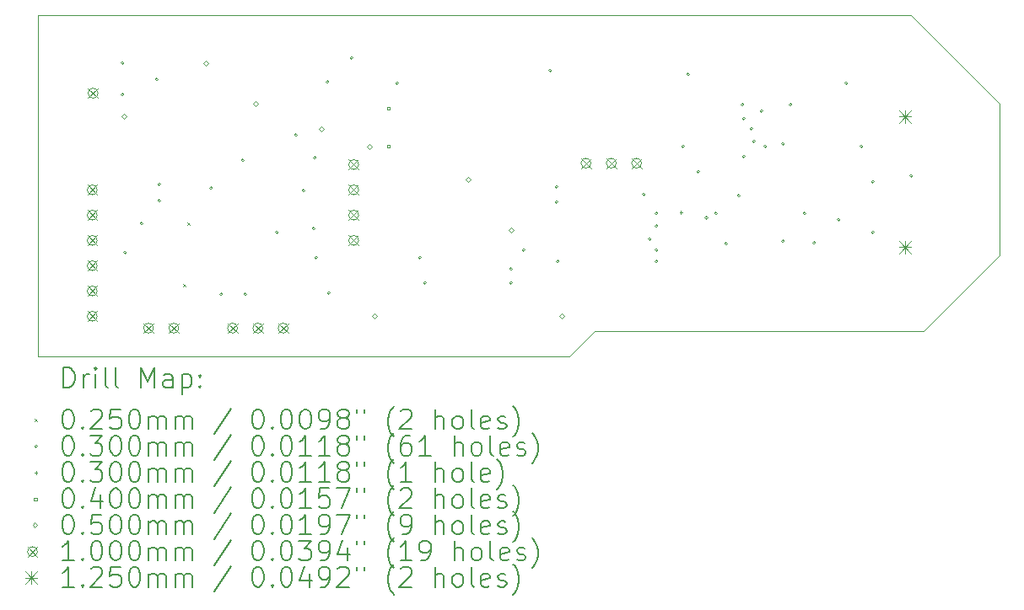
<source format=gbr>
%TF.GenerationSoftware,KiCad,Pcbnew,7.0.11+dfsg-1build4*%
%TF.CreationDate,2025-01-19T09:07:36-05:00*%
%TF.ProjectId,ThermocoupleBoard,54686572-6d6f-4636-9f75-706c65426f61,rev?*%
%TF.SameCoordinates,Original*%
%TF.FileFunction,Drillmap*%
%TF.FilePolarity,Positive*%
%FSLAX45Y45*%
G04 Gerber Fmt 4.5, Leading zero omitted, Abs format (unit mm)*
G04 Created by KiCad (PCBNEW 7.0.11+dfsg-1build4) date 2025-01-19 09:07:36*
%MOMM*%
%LPD*%
G01*
G04 APERTURE LIST*
%ADD10C,0.050000*%
%ADD11C,0.200000*%
%ADD12C,0.100000*%
%ADD13C,0.125000*%
G04 APERTURE END LIST*
D10*
X16764000Y-8890000D02*
X16764000Y-10414000D01*
X15875000Y-8001000D02*
X16764000Y-8890000D01*
X12700000Y-11176000D02*
X12446000Y-11430000D01*
X12446000Y-11430000D02*
X7112000Y-11430000D01*
X7112000Y-11430000D02*
X7112000Y-8001000D01*
X16764000Y-10414000D02*
X16002000Y-11176000D01*
X7112000Y-8001000D02*
X15875000Y-8001000D01*
X16002000Y-11176000D02*
X12700000Y-11176000D01*
D11*
D12*
X8572700Y-10706300D02*
X8597700Y-10731300D01*
X8597700Y-10706300D02*
X8572700Y-10731300D01*
X8610800Y-10084000D02*
X8635800Y-10109000D01*
X8635800Y-10084000D02*
X8610800Y-10109000D01*
X7977900Y-8483600D02*
G75*
G03*
X7947900Y-8483600I-15000J0D01*
G01*
X7947900Y-8483600D02*
G75*
G03*
X7977900Y-8483600I15000J0D01*
G01*
X7977900Y-8801100D02*
G75*
G03*
X7947900Y-8801100I-15000J0D01*
G01*
X7947900Y-8801100D02*
G75*
G03*
X7977900Y-8801100I15000J0D01*
G01*
X8003300Y-10388600D02*
G75*
G03*
X7973300Y-10388600I-15000J0D01*
G01*
X7973300Y-10388600D02*
G75*
G03*
X8003300Y-10388600I15000J0D01*
G01*
X8168400Y-10096500D02*
G75*
G03*
X8138400Y-10096500I-15000J0D01*
G01*
X8138400Y-10096500D02*
G75*
G03*
X8168400Y-10096500I15000J0D01*
G01*
X8320800Y-8648700D02*
G75*
G03*
X8290800Y-8648700I-15000J0D01*
G01*
X8290800Y-8648700D02*
G75*
G03*
X8320800Y-8648700I15000J0D01*
G01*
X8346200Y-9702800D02*
G75*
G03*
X8316200Y-9702800I-15000J0D01*
G01*
X8316200Y-9702800D02*
G75*
G03*
X8346200Y-9702800I15000J0D01*
G01*
X8346200Y-9867900D02*
G75*
G03*
X8316200Y-9867900I-15000J0D01*
G01*
X8316200Y-9867900D02*
G75*
G03*
X8346200Y-9867900I15000J0D01*
G01*
X8866900Y-9740900D02*
G75*
G03*
X8836900Y-9740900I-15000J0D01*
G01*
X8836900Y-9740900D02*
G75*
G03*
X8866900Y-9740900I15000J0D01*
G01*
X8968500Y-10807700D02*
G75*
G03*
X8938500Y-10807700I-15000J0D01*
G01*
X8938500Y-10807700D02*
G75*
G03*
X8968500Y-10807700I15000J0D01*
G01*
X9184400Y-9461500D02*
G75*
G03*
X9154400Y-9461500I-15000J0D01*
G01*
X9154400Y-9461500D02*
G75*
G03*
X9184400Y-9461500I15000J0D01*
G01*
X9209800Y-10807700D02*
G75*
G03*
X9179800Y-10807700I-15000J0D01*
G01*
X9179800Y-10807700D02*
G75*
G03*
X9209800Y-10807700I15000J0D01*
G01*
X9527300Y-10185400D02*
G75*
G03*
X9497300Y-10185400I-15000J0D01*
G01*
X9497300Y-10185400D02*
G75*
G03*
X9527300Y-10185400I15000J0D01*
G01*
X9717800Y-9207500D02*
G75*
G03*
X9687800Y-9207500I-15000J0D01*
G01*
X9687800Y-9207500D02*
G75*
G03*
X9717800Y-9207500I15000J0D01*
G01*
X9794000Y-9766300D02*
G75*
G03*
X9764000Y-9766300I-15000J0D01*
G01*
X9764000Y-9766300D02*
G75*
G03*
X9794000Y-9766300I15000J0D01*
G01*
X9895600Y-10147300D02*
G75*
G03*
X9865600Y-10147300I-15000J0D01*
G01*
X9865600Y-10147300D02*
G75*
G03*
X9895600Y-10147300I15000J0D01*
G01*
X9908300Y-9436100D02*
G75*
G03*
X9878300Y-9436100I-15000J0D01*
G01*
X9878300Y-9436100D02*
G75*
G03*
X9908300Y-9436100I15000J0D01*
G01*
X9921000Y-10439400D02*
G75*
G03*
X9891000Y-10439400I-15000J0D01*
G01*
X9891000Y-10439400D02*
G75*
G03*
X9921000Y-10439400I15000J0D01*
G01*
X10035300Y-8674100D02*
G75*
G03*
X10005300Y-8674100I-15000J0D01*
G01*
X10005300Y-8674100D02*
G75*
G03*
X10035300Y-8674100I15000J0D01*
G01*
X10048000Y-10795000D02*
G75*
G03*
X10018000Y-10795000I-15000J0D01*
G01*
X10018000Y-10795000D02*
G75*
G03*
X10048000Y-10795000I15000J0D01*
G01*
X10276600Y-8432800D02*
G75*
G03*
X10246600Y-8432800I-15000J0D01*
G01*
X10246600Y-8432800D02*
G75*
G03*
X10276600Y-8432800I15000J0D01*
G01*
X10733800Y-8686800D02*
G75*
G03*
X10703800Y-8686800I-15000J0D01*
G01*
X10703800Y-8686800D02*
G75*
G03*
X10733800Y-8686800I15000J0D01*
G01*
X10962400Y-10439400D02*
G75*
G03*
X10932400Y-10439400I-15000J0D01*
G01*
X10932400Y-10439400D02*
G75*
G03*
X10962400Y-10439400I15000J0D01*
G01*
X11013200Y-10693400D02*
G75*
G03*
X10983200Y-10693400I-15000J0D01*
G01*
X10983200Y-10693400D02*
G75*
G03*
X11013200Y-10693400I15000J0D01*
G01*
X11876800Y-10553700D02*
G75*
G03*
X11846800Y-10553700I-15000J0D01*
G01*
X11846800Y-10553700D02*
G75*
G03*
X11876800Y-10553700I15000J0D01*
G01*
X11876800Y-10693400D02*
G75*
G03*
X11846800Y-10693400I-15000J0D01*
G01*
X11846800Y-10693400D02*
G75*
G03*
X11876800Y-10693400I15000J0D01*
G01*
X12003800Y-10363200D02*
G75*
G03*
X11973800Y-10363200I-15000J0D01*
G01*
X11973800Y-10363200D02*
G75*
G03*
X12003800Y-10363200I15000J0D01*
G01*
X12270500Y-8559800D02*
G75*
G03*
X12240500Y-8559800I-15000J0D01*
G01*
X12240500Y-8559800D02*
G75*
G03*
X12270500Y-8559800I15000J0D01*
G01*
X12334000Y-9728200D02*
G75*
G03*
X12304000Y-9728200I-15000J0D01*
G01*
X12304000Y-9728200D02*
G75*
G03*
X12334000Y-9728200I15000J0D01*
G01*
X12334000Y-9880600D02*
G75*
G03*
X12304000Y-9880600I-15000J0D01*
G01*
X12304000Y-9880600D02*
G75*
G03*
X12334000Y-9880600I15000J0D01*
G01*
X12346700Y-10477500D02*
G75*
G03*
X12316700Y-10477500I-15000J0D01*
G01*
X12316700Y-10477500D02*
G75*
G03*
X12346700Y-10477500I15000J0D01*
G01*
X13210300Y-9804400D02*
G75*
G03*
X13180300Y-9804400I-15000J0D01*
G01*
X13180300Y-9804400D02*
G75*
G03*
X13210300Y-9804400I15000J0D01*
G01*
X13269800Y-10252900D02*
G75*
G03*
X13239800Y-10252900I-15000J0D01*
G01*
X13239800Y-10252900D02*
G75*
G03*
X13269800Y-10252900I15000J0D01*
G01*
X13337300Y-9994900D02*
G75*
G03*
X13307300Y-9994900I-15000J0D01*
G01*
X13307300Y-9994900D02*
G75*
G03*
X13337300Y-9994900I15000J0D01*
G01*
X13337300Y-10121900D02*
G75*
G03*
X13307300Y-10121900I-15000J0D01*
G01*
X13307300Y-10121900D02*
G75*
G03*
X13337300Y-10121900I15000J0D01*
G01*
X13337300Y-10363200D02*
G75*
G03*
X13307300Y-10363200I-15000J0D01*
G01*
X13307300Y-10363200D02*
G75*
G03*
X13337300Y-10363200I15000J0D01*
G01*
X13337300Y-10477500D02*
G75*
G03*
X13307300Y-10477500I-15000J0D01*
G01*
X13307300Y-10477500D02*
G75*
G03*
X13337300Y-10477500I15000J0D01*
G01*
X13604000Y-9321800D02*
G75*
G03*
X13574000Y-9321800I-15000J0D01*
G01*
X13574000Y-9321800D02*
G75*
G03*
X13604000Y-9321800I15000J0D01*
G01*
X13654800Y-8597900D02*
G75*
G03*
X13624800Y-8597900I-15000J0D01*
G01*
X13624800Y-8597900D02*
G75*
G03*
X13654800Y-8597900I15000J0D01*
G01*
X13756400Y-9575800D02*
G75*
G03*
X13726400Y-9575800I-15000J0D01*
G01*
X13726400Y-9575800D02*
G75*
G03*
X13756400Y-9575800I15000J0D01*
G01*
X13838700Y-10039100D02*
G75*
G03*
X13808700Y-10039100I-15000J0D01*
G01*
X13808700Y-10039100D02*
G75*
G03*
X13838700Y-10039100I15000J0D01*
G01*
X13934200Y-9994900D02*
G75*
G03*
X13904200Y-9994900I-15000J0D01*
G01*
X13904200Y-9994900D02*
G75*
G03*
X13934200Y-9994900I15000J0D01*
G01*
X14035800Y-10299700D02*
G75*
G03*
X14005800Y-10299700I-15000J0D01*
G01*
X14005800Y-10299700D02*
G75*
G03*
X14035800Y-10299700I15000J0D01*
G01*
X14162800Y-9817100D02*
G75*
G03*
X14132800Y-9817100I-15000J0D01*
G01*
X14132800Y-9817100D02*
G75*
G03*
X14162800Y-9817100I15000J0D01*
G01*
X14200900Y-8902700D02*
G75*
G03*
X14170900Y-8902700I-15000J0D01*
G01*
X14170900Y-8902700D02*
G75*
G03*
X14200900Y-8902700I15000J0D01*
G01*
X14213600Y-9042400D02*
G75*
G03*
X14183600Y-9042400I-15000J0D01*
G01*
X14183600Y-9042400D02*
G75*
G03*
X14213600Y-9042400I15000J0D01*
G01*
X14213600Y-9423400D02*
G75*
G03*
X14183600Y-9423400I-15000J0D01*
G01*
X14183600Y-9423400D02*
G75*
G03*
X14213600Y-9423400I15000J0D01*
G01*
X14289800Y-9144000D02*
G75*
G03*
X14259800Y-9144000I-15000J0D01*
G01*
X14259800Y-9144000D02*
G75*
G03*
X14289800Y-9144000I15000J0D01*
G01*
X14315200Y-9271000D02*
G75*
G03*
X14285200Y-9271000I-15000J0D01*
G01*
X14285200Y-9271000D02*
G75*
G03*
X14315200Y-9271000I15000J0D01*
G01*
X14391400Y-8966200D02*
G75*
G03*
X14361400Y-8966200I-15000J0D01*
G01*
X14361400Y-8966200D02*
G75*
G03*
X14391400Y-8966200I15000J0D01*
G01*
X14429500Y-9321800D02*
G75*
G03*
X14399500Y-9321800I-15000J0D01*
G01*
X14399500Y-9321800D02*
G75*
G03*
X14429500Y-9321800I15000J0D01*
G01*
X14607300Y-9296400D02*
G75*
G03*
X14577300Y-9296400I-15000J0D01*
G01*
X14577300Y-9296400D02*
G75*
G03*
X14607300Y-9296400I15000J0D01*
G01*
X14607300Y-10274300D02*
G75*
G03*
X14577300Y-10274300I-15000J0D01*
G01*
X14577300Y-10274300D02*
G75*
G03*
X14607300Y-10274300I15000J0D01*
G01*
X14683500Y-8902700D02*
G75*
G03*
X14653500Y-8902700I-15000J0D01*
G01*
X14653500Y-8902700D02*
G75*
G03*
X14683500Y-8902700I15000J0D01*
G01*
X14823200Y-9994900D02*
G75*
G03*
X14793200Y-9994900I-15000J0D01*
G01*
X14793200Y-9994900D02*
G75*
G03*
X14823200Y-9994900I15000J0D01*
G01*
X14920000Y-10290000D02*
G75*
G03*
X14890000Y-10290000I-15000J0D01*
G01*
X14890000Y-10290000D02*
G75*
G03*
X14920000Y-10290000I15000J0D01*
G01*
X15166100Y-10058400D02*
G75*
G03*
X15136100Y-10058400I-15000J0D01*
G01*
X15136100Y-10058400D02*
G75*
G03*
X15166100Y-10058400I15000J0D01*
G01*
X15242300Y-8686800D02*
G75*
G03*
X15212300Y-8686800I-15000J0D01*
G01*
X15212300Y-8686800D02*
G75*
G03*
X15242300Y-8686800I15000J0D01*
G01*
X15394700Y-9321800D02*
G75*
G03*
X15364700Y-9321800I-15000J0D01*
G01*
X15364700Y-9321800D02*
G75*
G03*
X15394700Y-9321800I15000J0D01*
G01*
X15509000Y-9677400D02*
G75*
G03*
X15479000Y-9677400I-15000J0D01*
G01*
X15479000Y-9677400D02*
G75*
G03*
X15509000Y-9677400I15000J0D01*
G01*
X15509000Y-10185400D02*
G75*
G03*
X15479000Y-10185400I-15000J0D01*
G01*
X15479000Y-10185400D02*
G75*
G03*
X15509000Y-10185400I15000J0D01*
G01*
X15895000Y-9618000D02*
G75*
G03*
X15865000Y-9618000I-15000J0D01*
G01*
X15865000Y-9618000D02*
G75*
G03*
X15895000Y-9618000I15000J0D01*
G01*
X13570200Y-9968700D02*
X13570200Y-9998700D01*
X13555200Y-9983700D02*
X13585200Y-9983700D01*
X10644042Y-8954942D02*
X10644042Y-8926658D01*
X10615758Y-8926658D01*
X10615758Y-8954942D01*
X10644042Y-8954942D01*
X10644042Y-9335942D02*
X10644042Y-9307658D01*
X10615758Y-9307658D01*
X10615758Y-9335942D01*
X10644042Y-9335942D01*
X7975600Y-9042000D02*
X8000600Y-9017000D01*
X7975600Y-8992000D01*
X7950600Y-9017000D01*
X7975600Y-9042000D01*
X8801100Y-8508600D02*
X8826100Y-8483600D01*
X8801100Y-8458600D01*
X8776100Y-8483600D01*
X8801100Y-8508600D01*
X9296400Y-8915000D02*
X9321400Y-8890000D01*
X9296400Y-8865000D01*
X9271400Y-8890000D01*
X9296400Y-8915000D01*
X9956800Y-9169000D02*
X9981800Y-9144000D01*
X9956800Y-9119000D01*
X9931800Y-9144000D01*
X9956800Y-9169000D01*
X10439400Y-9346800D02*
X10464400Y-9321800D01*
X10439400Y-9296800D01*
X10414400Y-9321800D01*
X10439400Y-9346800D01*
X10490200Y-11048600D02*
X10515200Y-11023600D01*
X10490200Y-10998600D01*
X10465200Y-11023600D01*
X10490200Y-11048600D01*
X11431920Y-9675320D02*
X11456920Y-9650320D01*
X11431920Y-9625320D01*
X11406920Y-9650320D01*
X11431920Y-9675320D01*
X11861800Y-10185000D02*
X11886800Y-10160000D01*
X11861800Y-10135000D01*
X11836800Y-10160000D01*
X11861800Y-10185000D01*
X12369800Y-11048600D02*
X12394800Y-11023600D01*
X12369800Y-10998600D01*
X12344800Y-11023600D01*
X12369800Y-11048600D01*
X7609900Y-9708300D02*
X7709900Y-9808300D01*
X7709900Y-9708300D02*
X7609900Y-9808300D01*
X7709900Y-9758300D02*
G75*
G03*
X7609900Y-9758300I-50000J0D01*
G01*
X7609900Y-9758300D02*
G75*
G03*
X7709900Y-9758300I50000J0D01*
G01*
X7609900Y-9962300D02*
X7709900Y-10062300D01*
X7709900Y-9962300D02*
X7609900Y-10062300D01*
X7709900Y-10012300D02*
G75*
G03*
X7609900Y-10012300I-50000J0D01*
G01*
X7609900Y-10012300D02*
G75*
G03*
X7709900Y-10012300I50000J0D01*
G01*
X7609900Y-10216300D02*
X7709900Y-10316300D01*
X7709900Y-10216300D02*
X7609900Y-10316300D01*
X7709900Y-10266300D02*
G75*
G03*
X7609900Y-10266300I-50000J0D01*
G01*
X7609900Y-10266300D02*
G75*
G03*
X7709900Y-10266300I50000J0D01*
G01*
X7609900Y-10470300D02*
X7709900Y-10570300D01*
X7709900Y-10470300D02*
X7609900Y-10570300D01*
X7709900Y-10520300D02*
G75*
G03*
X7609900Y-10520300I-50000J0D01*
G01*
X7609900Y-10520300D02*
G75*
G03*
X7709900Y-10520300I50000J0D01*
G01*
X7609900Y-10724300D02*
X7709900Y-10824300D01*
X7709900Y-10724300D02*
X7609900Y-10824300D01*
X7709900Y-10774300D02*
G75*
G03*
X7609900Y-10774300I-50000J0D01*
G01*
X7609900Y-10774300D02*
G75*
G03*
X7709900Y-10774300I50000J0D01*
G01*
X7609900Y-10978300D02*
X7709900Y-11078300D01*
X7709900Y-10978300D02*
X7609900Y-11078300D01*
X7709900Y-11028300D02*
G75*
G03*
X7609900Y-11028300I-50000J0D01*
G01*
X7609900Y-11028300D02*
G75*
G03*
X7709900Y-11028300I50000J0D01*
G01*
X7617700Y-8736200D02*
X7717700Y-8836200D01*
X7717700Y-8736200D02*
X7617700Y-8836200D01*
X7717700Y-8786200D02*
G75*
G03*
X7617700Y-8786200I-50000J0D01*
G01*
X7617700Y-8786200D02*
G75*
G03*
X7717700Y-8786200I50000J0D01*
G01*
X8174500Y-11097400D02*
X8274500Y-11197400D01*
X8274500Y-11097400D02*
X8174500Y-11197400D01*
X8274500Y-11147400D02*
G75*
G03*
X8174500Y-11147400I-50000J0D01*
G01*
X8174500Y-11147400D02*
G75*
G03*
X8274500Y-11147400I50000J0D01*
G01*
X8428500Y-11097400D02*
X8528500Y-11197400D01*
X8528500Y-11097400D02*
X8428500Y-11197400D01*
X8528500Y-11147400D02*
G75*
G03*
X8428500Y-11147400I-50000J0D01*
G01*
X8428500Y-11147400D02*
G75*
G03*
X8528500Y-11147400I50000J0D01*
G01*
X9017100Y-11097300D02*
X9117100Y-11197300D01*
X9117100Y-11097300D02*
X9017100Y-11197300D01*
X9117100Y-11147300D02*
G75*
G03*
X9017100Y-11147300I-50000J0D01*
G01*
X9017100Y-11147300D02*
G75*
G03*
X9117100Y-11147300I50000J0D01*
G01*
X9271100Y-11097300D02*
X9371100Y-11197300D01*
X9371100Y-11097300D02*
X9271100Y-11197300D01*
X9371100Y-11147300D02*
G75*
G03*
X9271100Y-11147300I-50000J0D01*
G01*
X9271100Y-11147300D02*
G75*
G03*
X9371100Y-11147300I50000J0D01*
G01*
X9525100Y-11097300D02*
X9625100Y-11197300D01*
X9625100Y-11097300D02*
X9525100Y-11197300D01*
X9625100Y-11147300D02*
G75*
G03*
X9525100Y-11147300I-50000J0D01*
G01*
X9525100Y-11147300D02*
G75*
G03*
X9625100Y-11147300I50000J0D01*
G01*
X10233900Y-9454300D02*
X10333900Y-9554300D01*
X10333900Y-9454300D02*
X10233900Y-9554300D01*
X10333900Y-9504300D02*
G75*
G03*
X10233900Y-9504300I-50000J0D01*
G01*
X10233900Y-9504300D02*
G75*
G03*
X10333900Y-9504300I50000J0D01*
G01*
X10233900Y-9708300D02*
X10333900Y-9808300D01*
X10333900Y-9708300D02*
X10233900Y-9808300D01*
X10333900Y-9758300D02*
G75*
G03*
X10233900Y-9758300I-50000J0D01*
G01*
X10233900Y-9758300D02*
G75*
G03*
X10333900Y-9758300I50000J0D01*
G01*
X10233900Y-9962300D02*
X10333900Y-10062300D01*
X10333900Y-9962300D02*
X10233900Y-10062300D01*
X10333900Y-10012300D02*
G75*
G03*
X10233900Y-10012300I-50000J0D01*
G01*
X10233900Y-10012300D02*
G75*
G03*
X10333900Y-10012300I50000J0D01*
G01*
X10233900Y-10216300D02*
X10333900Y-10316300D01*
X10333900Y-10216300D02*
X10233900Y-10316300D01*
X10333900Y-10266300D02*
G75*
G03*
X10233900Y-10266300I-50000J0D01*
G01*
X10233900Y-10266300D02*
G75*
G03*
X10333900Y-10266300I50000J0D01*
G01*
X12565800Y-9440300D02*
X12665800Y-9540300D01*
X12665800Y-9440300D02*
X12565800Y-9540300D01*
X12665800Y-9490300D02*
G75*
G03*
X12565800Y-9490300I-50000J0D01*
G01*
X12565800Y-9490300D02*
G75*
G03*
X12665800Y-9490300I50000J0D01*
G01*
X12819800Y-9440300D02*
X12919800Y-9540300D01*
X12919800Y-9440300D02*
X12819800Y-9540300D01*
X12919800Y-9490300D02*
G75*
G03*
X12819800Y-9490300I-50000J0D01*
G01*
X12819800Y-9490300D02*
G75*
G03*
X12919800Y-9490300I50000J0D01*
G01*
X13073800Y-9440300D02*
X13173800Y-9540300D01*
X13173800Y-9440300D02*
X13073800Y-9540300D01*
X13173800Y-9490300D02*
G75*
G03*
X13073800Y-9490300I-50000J0D01*
G01*
X13073800Y-9490300D02*
G75*
G03*
X13173800Y-9490300I50000J0D01*
G01*
D13*
X15754900Y-8959500D02*
X15879900Y-9084500D01*
X15879900Y-8959500D02*
X15754900Y-9084500D01*
X15817400Y-8959500D02*
X15817400Y-9084500D01*
X15754900Y-9022000D02*
X15879900Y-9022000D01*
X15754900Y-10269500D02*
X15879900Y-10394500D01*
X15879900Y-10269500D02*
X15754900Y-10394500D01*
X15817400Y-10269500D02*
X15817400Y-10394500D01*
X15754900Y-10332000D02*
X15879900Y-10332000D01*
D11*
X7370277Y-11743984D02*
X7370277Y-11543984D01*
X7370277Y-11543984D02*
X7417896Y-11543984D01*
X7417896Y-11543984D02*
X7446467Y-11553508D01*
X7446467Y-11553508D02*
X7465515Y-11572555D01*
X7465515Y-11572555D02*
X7475039Y-11591603D01*
X7475039Y-11591603D02*
X7484562Y-11629698D01*
X7484562Y-11629698D02*
X7484562Y-11658269D01*
X7484562Y-11658269D02*
X7475039Y-11696365D01*
X7475039Y-11696365D02*
X7465515Y-11715412D01*
X7465515Y-11715412D02*
X7446467Y-11734460D01*
X7446467Y-11734460D02*
X7417896Y-11743984D01*
X7417896Y-11743984D02*
X7370277Y-11743984D01*
X7570277Y-11743984D02*
X7570277Y-11610650D01*
X7570277Y-11648746D02*
X7579801Y-11629698D01*
X7579801Y-11629698D02*
X7589324Y-11620174D01*
X7589324Y-11620174D02*
X7608372Y-11610650D01*
X7608372Y-11610650D02*
X7627420Y-11610650D01*
X7694086Y-11743984D02*
X7694086Y-11610650D01*
X7694086Y-11543984D02*
X7684562Y-11553508D01*
X7684562Y-11553508D02*
X7694086Y-11563031D01*
X7694086Y-11563031D02*
X7703610Y-11553508D01*
X7703610Y-11553508D02*
X7694086Y-11543984D01*
X7694086Y-11543984D02*
X7694086Y-11563031D01*
X7817896Y-11743984D02*
X7798848Y-11734460D01*
X7798848Y-11734460D02*
X7789324Y-11715412D01*
X7789324Y-11715412D02*
X7789324Y-11543984D01*
X7922658Y-11743984D02*
X7903610Y-11734460D01*
X7903610Y-11734460D02*
X7894086Y-11715412D01*
X7894086Y-11715412D02*
X7894086Y-11543984D01*
X8151229Y-11743984D02*
X8151229Y-11543984D01*
X8151229Y-11543984D02*
X8217896Y-11686841D01*
X8217896Y-11686841D02*
X8284562Y-11543984D01*
X8284562Y-11543984D02*
X8284562Y-11743984D01*
X8465515Y-11743984D02*
X8465515Y-11639222D01*
X8465515Y-11639222D02*
X8455991Y-11620174D01*
X8455991Y-11620174D02*
X8436944Y-11610650D01*
X8436944Y-11610650D02*
X8398848Y-11610650D01*
X8398848Y-11610650D02*
X8379801Y-11620174D01*
X8465515Y-11734460D02*
X8446467Y-11743984D01*
X8446467Y-11743984D02*
X8398848Y-11743984D01*
X8398848Y-11743984D02*
X8379801Y-11734460D01*
X8379801Y-11734460D02*
X8370277Y-11715412D01*
X8370277Y-11715412D02*
X8370277Y-11696365D01*
X8370277Y-11696365D02*
X8379801Y-11677317D01*
X8379801Y-11677317D02*
X8398848Y-11667793D01*
X8398848Y-11667793D02*
X8446467Y-11667793D01*
X8446467Y-11667793D02*
X8465515Y-11658269D01*
X8560753Y-11610650D02*
X8560753Y-11810650D01*
X8560753Y-11620174D02*
X8579801Y-11610650D01*
X8579801Y-11610650D02*
X8617896Y-11610650D01*
X8617896Y-11610650D02*
X8636944Y-11620174D01*
X8636944Y-11620174D02*
X8646467Y-11629698D01*
X8646467Y-11629698D02*
X8655991Y-11648746D01*
X8655991Y-11648746D02*
X8655991Y-11705888D01*
X8655991Y-11705888D02*
X8646467Y-11724936D01*
X8646467Y-11724936D02*
X8636944Y-11734460D01*
X8636944Y-11734460D02*
X8617896Y-11743984D01*
X8617896Y-11743984D02*
X8579801Y-11743984D01*
X8579801Y-11743984D02*
X8560753Y-11734460D01*
X8741705Y-11724936D02*
X8751229Y-11734460D01*
X8751229Y-11734460D02*
X8741705Y-11743984D01*
X8741705Y-11743984D02*
X8732182Y-11734460D01*
X8732182Y-11734460D02*
X8741705Y-11724936D01*
X8741705Y-11724936D02*
X8741705Y-11743984D01*
X8741705Y-11620174D02*
X8751229Y-11629698D01*
X8751229Y-11629698D02*
X8741705Y-11639222D01*
X8741705Y-11639222D02*
X8732182Y-11629698D01*
X8732182Y-11629698D02*
X8741705Y-11620174D01*
X8741705Y-11620174D02*
X8741705Y-11639222D01*
D12*
X7084500Y-12060000D02*
X7109500Y-12085000D01*
X7109500Y-12060000D02*
X7084500Y-12085000D01*
D11*
X7408372Y-11963984D02*
X7427420Y-11963984D01*
X7427420Y-11963984D02*
X7446467Y-11973508D01*
X7446467Y-11973508D02*
X7455991Y-11983031D01*
X7455991Y-11983031D02*
X7465515Y-12002079D01*
X7465515Y-12002079D02*
X7475039Y-12040174D01*
X7475039Y-12040174D02*
X7475039Y-12087793D01*
X7475039Y-12087793D02*
X7465515Y-12125888D01*
X7465515Y-12125888D02*
X7455991Y-12144936D01*
X7455991Y-12144936D02*
X7446467Y-12154460D01*
X7446467Y-12154460D02*
X7427420Y-12163984D01*
X7427420Y-12163984D02*
X7408372Y-12163984D01*
X7408372Y-12163984D02*
X7389324Y-12154460D01*
X7389324Y-12154460D02*
X7379801Y-12144936D01*
X7379801Y-12144936D02*
X7370277Y-12125888D01*
X7370277Y-12125888D02*
X7360753Y-12087793D01*
X7360753Y-12087793D02*
X7360753Y-12040174D01*
X7360753Y-12040174D02*
X7370277Y-12002079D01*
X7370277Y-12002079D02*
X7379801Y-11983031D01*
X7379801Y-11983031D02*
X7389324Y-11973508D01*
X7389324Y-11973508D02*
X7408372Y-11963984D01*
X7560753Y-12144936D02*
X7570277Y-12154460D01*
X7570277Y-12154460D02*
X7560753Y-12163984D01*
X7560753Y-12163984D02*
X7551229Y-12154460D01*
X7551229Y-12154460D02*
X7560753Y-12144936D01*
X7560753Y-12144936D02*
X7560753Y-12163984D01*
X7646467Y-11983031D02*
X7655991Y-11973508D01*
X7655991Y-11973508D02*
X7675039Y-11963984D01*
X7675039Y-11963984D02*
X7722658Y-11963984D01*
X7722658Y-11963984D02*
X7741705Y-11973508D01*
X7741705Y-11973508D02*
X7751229Y-11983031D01*
X7751229Y-11983031D02*
X7760753Y-12002079D01*
X7760753Y-12002079D02*
X7760753Y-12021127D01*
X7760753Y-12021127D02*
X7751229Y-12049698D01*
X7751229Y-12049698D02*
X7636943Y-12163984D01*
X7636943Y-12163984D02*
X7760753Y-12163984D01*
X7941705Y-11963984D02*
X7846467Y-11963984D01*
X7846467Y-11963984D02*
X7836943Y-12059222D01*
X7836943Y-12059222D02*
X7846467Y-12049698D01*
X7846467Y-12049698D02*
X7865515Y-12040174D01*
X7865515Y-12040174D02*
X7913134Y-12040174D01*
X7913134Y-12040174D02*
X7932182Y-12049698D01*
X7932182Y-12049698D02*
X7941705Y-12059222D01*
X7941705Y-12059222D02*
X7951229Y-12078269D01*
X7951229Y-12078269D02*
X7951229Y-12125888D01*
X7951229Y-12125888D02*
X7941705Y-12144936D01*
X7941705Y-12144936D02*
X7932182Y-12154460D01*
X7932182Y-12154460D02*
X7913134Y-12163984D01*
X7913134Y-12163984D02*
X7865515Y-12163984D01*
X7865515Y-12163984D02*
X7846467Y-12154460D01*
X7846467Y-12154460D02*
X7836943Y-12144936D01*
X8075039Y-11963984D02*
X8094086Y-11963984D01*
X8094086Y-11963984D02*
X8113134Y-11973508D01*
X8113134Y-11973508D02*
X8122658Y-11983031D01*
X8122658Y-11983031D02*
X8132182Y-12002079D01*
X8132182Y-12002079D02*
X8141705Y-12040174D01*
X8141705Y-12040174D02*
X8141705Y-12087793D01*
X8141705Y-12087793D02*
X8132182Y-12125888D01*
X8132182Y-12125888D02*
X8122658Y-12144936D01*
X8122658Y-12144936D02*
X8113134Y-12154460D01*
X8113134Y-12154460D02*
X8094086Y-12163984D01*
X8094086Y-12163984D02*
X8075039Y-12163984D01*
X8075039Y-12163984D02*
X8055991Y-12154460D01*
X8055991Y-12154460D02*
X8046467Y-12144936D01*
X8046467Y-12144936D02*
X8036943Y-12125888D01*
X8036943Y-12125888D02*
X8027420Y-12087793D01*
X8027420Y-12087793D02*
X8027420Y-12040174D01*
X8027420Y-12040174D02*
X8036943Y-12002079D01*
X8036943Y-12002079D02*
X8046467Y-11983031D01*
X8046467Y-11983031D02*
X8055991Y-11973508D01*
X8055991Y-11973508D02*
X8075039Y-11963984D01*
X8227420Y-12163984D02*
X8227420Y-12030650D01*
X8227420Y-12049698D02*
X8236943Y-12040174D01*
X8236943Y-12040174D02*
X8255991Y-12030650D01*
X8255991Y-12030650D02*
X8284563Y-12030650D01*
X8284563Y-12030650D02*
X8303610Y-12040174D01*
X8303610Y-12040174D02*
X8313134Y-12059222D01*
X8313134Y-12059222D02*
X8313134Y-12163984D01*
X8313134Y-12059222D02*
X8322658Y-12040174D01*
X8322658Y-12040174D02*
X8341705Y-12030650D01*
X8341705Y-12030650D02*
X8370277Y-12030650D01*
X8370277Y-12030650D02*
X8389325Y-12040174D01*
X8389325Y-12040174D02*
X8398848Y-12059222D01*
X8398848Y-12059222D02*
X8398848Y-12163984D01*
X8494086Y-12163984D02*
X8494086Y-12030650D01*
X8494086Y-12049698D02*
X8503610Y-12040174D01*
X8503610Y-12040174D02*
X8522658Y-12030650D01*
X8522658Y-12030650D02*
X8551229Y-12030650D01*
X8551229Y-12030650D02*
X8570277Y-12040174D01*
X8570277Y-12040174D02*
X8579801Y-12059222D01*
X8579801Y-12059222D02*
X8579801Y-12163984D01*
X8579801Y-12059222D02*
X8589325Y-12040174D01*
X8589325Y-12040174D02*
X8608372Y-12030650D01*
X8608372Y-12030650D02*
X8636944Y-12030650D01*
X8636944Y-12030650D02*
X8655991Y-12040174D01*
X8655991Y-12040174D02*
X8665515Y-12059222D01*
X8665515Y-12059222D02*
X8665515Y-12163984D01*
X9055991Y-11954460D02*
X8884563Y-12211603D01*
X9313134Y-11963984D02*
X9332182Y-11963984D01*
X9332182Y-11963984D02*
X9351229Y-11973508D01*
X9351229Y-11973508D02*
X9360753Y-11983031D01*
X9360753Y-11983031D02*
X9370277Y-12002079D01*
X9370277Y-12002079D02*
X9379801Y-12040174D01*
X9379801Y-12040174D02*
X9379801Y-12087793D01*
X9379801Y-12087793D02*
X9370277Y-12125888D01*
X9370277Y-12125888D02*
X9360753Y-12144936D01*
X9360753Y-12144936D02*
X9351229Y-12154460D01*
X9351229Y-12154460D02*
X9332182Y-12163984D01*
X9332182Y-12163984D02*
X9313134Y-12163984D01*
X9313134Y-12163984D02*
X9294087Y-12154460D01*
X9294087Y-12154460D02*
X9284563Y-12144936D01*
X9284563Y-12144936D02*
X9275039Y-12125888D01*
X9275039Y-12125888D02*
X9265515Y-12087793D01*
X9265515Y-12087793D02*
X9265515Y-12040174D01*
X9265515Y-12040174D02*
X9275039Y-12002079D01*
X9275039Y-12002079D02*
X9284563Y-11983031D01*
X9284563Y-11983031D02*
X9294087Y-11973508D01*
X9294087Y-11973508D02*
X9313134Y-11963984D01*
X9465515Y-12144936D02*
X9475039Y-12154460D01*
X9475039Y-12154460D02*
X9465515Y-12163984D01*
X9465515Y-12163984D02*
X9455991Y-12154460D01*
X9455991Y-12154460D02*
X9465515Y-12144936D01*
X9465515Y-12144936D02*
X9465515Y-12163984D01*
X9598848Y-11963984D02*
X9617896Y-11963984D01*
X9617896Y-11963984D02*
X9636944Y-11973508D01*
X9636944Y-11973508D02*
X9646468Y-11983031D01*
X9646468Y-11983031D02*
X9655991Y-12002079D01*
X9655991Y-12002079D02*
X9665515Y-12040174D01*
X9665515Y-12040174D02*
X9665515Y-12087793D01*
X9665515Y-12087793D02*
X9655991Y-12125888D01*
X9655991Y-12125888D02*
X9646468Y-12144936D01*
X9646468Y-12144936D02*
X9636944Y-12154460D01*
X9636944Y-12154460D02*
X9617896Y-12163984D01*
X9617896Y-12163984D02*
X9598848Y-12163984D01*
X9598848Y-12163984D02*
X9579801Y-12154460D01*
X9579801Y-12154460D02*
X9570277Y-12144936D01*
X9570277Y-12144936D02*
X9560753Y-12125888D01*
X9560753Y-12125888D02*
X9551229Y-12087793D01*
X9551229Y-12087793D02*
X9551229Y-12040174D01*
X9551229Y-12040174D02*
X9560753Y-12002079D01*
X9560753Y-12002079D02*
X9570277Y-11983031D01*
X9570277Y-11983031D02*
X9579801Y-11973508D01*
X9579801Y-11973508D02*
X9598848Y-11963984D01*
X9789325Y-11963984D02*
X9808372Y-11963984D01*
X9808372Y-11963984D02*
X9827420Y-11973508D01*
X9827420Y-11973508D02*
X9836944Y-11983031D01*
X9836944Y-11983031D02*
X9846468Y-12002079D01*
X9846468Y-12002079D02*
X9855991Y-12040174D01*
X9855991Y-12040174D02*
X9855991Y-12087793D01*
X9855991Y-12087793D02*
X9846468Y-12125888D01*
X9846468Y-12125888D02*
X9836944Y-12144936D01*
X9836944Y-12144936D02*
X9827420Y-12154460D01*
X9827420Y-12154460D02*
X9808372Y-12163984D01*
X9808372Y-12163984D02*
X9789325Y-12163984D01*
X9789325Y-12163984D02*
X9770277Y-12154460D01*
X9770277Y-12154460D02*
X9760753Y-12144936D01*
X9760753Y-12144936D02*
X9751229Y-12125888D01*
X9751229Y-12125888D02*
X9741706Y-12087793D01*
X9741706Y-12087793D02*
X9741706Y-12040174D01*
X9741706Y-12040174D02*
X9751229Y-12002079D01*
X9751229Y-12002079D02*
X9760753Y-11983031D01*
X9760753Y-11983031D02*
X9770277Y-11973508D01*
X9770277Y-11973508D02*
X9789325Y-11963984D01*
X9951229Y-12163984D02*
X9989325Y-12163984D01*
X9989325Y-12163984D02*
X10008372Y-12154460D01*
X10008372Y-12154460D02*
X10017896Y-12144936D01*
X10017896Y-12144936D02*
X10036944Y-12116365D01*
X10036944Y-12116365D02*
X10046468Y-12078269D01*
X10046468Y-12078269D02*
X10046468Y-12002079D01*
X10046468Y-12002079D02*
X10036944Y-11983031D01*
X10036944Y-11983031D02*
X10027420Y-11973508D01*
X10027420Y-11973508D02*
X10008372Y-11963984D01*
X10008372Y-11963984D02*
X9970277Y-11963984D01*
X9970277Y-11963984D02*
X9951229Y-11973508D01*
X9951229Y-11973508D02*
X9941706Y-11983031D01*
X9941706Y-11983031D02*
X9932182Y-12002079D01*
X9932182Y-12002079D02*
X9932182Y-12049698D01*
X9932182Y-12049698D02*
X9941706Y-12068746D01*
X9941706Y-12068746D02*
X9951229Y-12078269D01*
X9951229Y-12078269D02*
X9970277Y-12087793D01*
X9970277Y-12087793D02*
X10008372Y-12087793D01*
X10008372Y-12087793D02*
X10027420Y-12078269D01*
X10027420Y-12078269D02*
X10036944Y-12068746D01*
X10036944Y-12068746D02*
X10046468Y-12049698D01*
X10160753Y-12049698D02*
X10141706Y-12040174D01*
X10141706Y-12040174D02*
X10132182Y-12030650D01*
X10132182Y-12030650D02*
X10122658Y-12011603D01*
X10122658Y-12011603D02*
X10122658Y-12002079D01*
X10122658Y-12002079D02*
X10132182Y-11983031D01*
X10132182Y-11983031D02*
X10141706Y-11973508D01*
X10141706Y-11973508D02*
X10160753Y-11963984D01*
X10160753Y-11963984D02*
X10198849Y-11963984D01*
X10198849Y-11963984D02*
X10217896Y-11973508D01*
X10217896Y-11973508D02*
X10227420Y-11983031D01*
X10227420Y-11983031D02*
X10236944Y-12002079D01*
X10236944Y-12002079D02*
X10236944Y-12011603D01*
X10236944Y-12011603D02*
X10227420Y-12030650D01*
X10227420Y-12030650D02*
X10217896Y-12040174D01*
X10217896Y-12040174D02*
X10198849Y-12049698D01*
X10198849Y-12049698D02*
X10160753Y-12049698D01*
X10160753Y-12049698D02*
X10141706Y-12059222D01*
X10141706Y-12059222D02*
X10132182Y-12068746D01*
X10132182Y-12068746D02*
X10122658Y-12087793D01*
X10122658Y-12087793D02*
X10122658Y-12125888D01*
X10122658Y-12125888D02*
X10132182Y-12144936D01*
X10132182Y-12144936D02*
X10141706Y-12154460D01*
X10141706Y-12154460D02*
X10160753Y-12163984D01*
X10160753Y-12163984D02*
X10198849Y-12163984D01*
X10198849Y-12163984D02*
X10217896Y-12154460D01*
X10217896Y-12154460D02*
X10227420Y-12144936D01*
X10227420Y-12144936D02*
X10236944Y-12125888D01*
X10236944Y-12125888D02*
X10236944Y-12087793D01*
X10236944Y-12087793D02*
X10227420Y-12068746D01*
X10227420Y-12068746D02*
X10217896Y-12059222D01*
X10217896Y-12059222D02*
X10198849Y-12049698D01*
X10313134Y-11963984D02*
X10313134Y-12002079D01*
X10389325Y-11963984D02*
X10389325Y-12002079D01*
X10684563Y-12240174D02*
X10675039Y-12230650D01*
X10675039Y-12230650D02*
X10655991Y-12202079D01*
X10655991Y-12202079D02*
X10646468Y-12183031D01*
X10646468Y-12183031D02*
X10636944Y-12154460D01*
X10636944Y-12154460D02*
X10627420Y-12106841D01*
X10627420Y-12106841D02*
X10627420Y-12068746D01*
X10627420Y-12068746D02*
X10636944Y-12021127D01*
X10636944Y-12021127D02*
X10646468Y-11992555D01*
X10646468Y-11992555D02*
X10655991Y-11973508D01*
X10655991Y-11973508D02*
X10675039Y-11944936D01*
X10675039Y-11944936D02*
X10684563Y-11935412D01*
X10751230Y-11983031D02*
X10760753Y-11973508D01*
X10760753Y-11973508D02*
X10779801Y-11963984D01*
X10779801Y-11963984D02*
X10827420Y-11963984D01*
X10827420Y-11963984D02*
X10846468Y-11973508D01*
X10846468Y-11973508D02*
X10855991Y-11983031D01*
X10855991Y-11983031D02*
X10865515Y-12002079D01*
X10865515Y-12002079D02*
X10865515Y-12021127D01*
X10865515Y-12021127D02*
X10855991Y-12049698D01*
X10855991Y-12049698D02*
X10741706Y-12163984D01*
X10741706Y-12163984D02*
X10865515Y-12163984D01*
X11103611Y-12163984D02*
X11103611Y-11963984D01*
X11189325Y-12163984D02*
X11189325Y-12059222D01*
X11189325Y-12059222D02*
X11179801Y-12040174D01*
X11179801Y-12040174D02*
X11160753Y-12030650D01*
X11160753Y-12030650D02*
X11132182Y-12030650D01*
X11132182Y-12030650D02*
X11113134Y-12040174D01*
X11113134Y-12040174D02*
X11103611Y-12049698D01*
X11313134Y-12163984D02*
X11294087Y-12154460D01*
X11294087Y-12154460D02*
X11284563Y-12144936D01*
X11284563Y-12144936D02*
X11275039Y-12125888D01*
X11275039Y-12125888D02*
X11275039Y-12068746D01*
X11275039Y-12068746D02*
X11284563Y-12049698D01*
X11284563Y-12049698D02*
X11294087Y-12040174D01*
X11294087Y-12040174D02*
X11313134Y-12030650D01*
X11313134Y-12030650D02*
X11341706Y-12030650D01*
X11341706Y-12030650D02*
X11360753Y-12040174D01*
X11360753Y-12040174D02*
X11370277Y-12049698D01*
X11370277Y-12049698D02*
X11379801Y-12068746D01*
X11379801Y-12068746D02*
X11379801Y-12125888D01*
X11379801Y-12125888D02*
X11370277Y-12144936D01*
X11370277Y-12144936D02*
X11360753Y-12154460D01*
X11360753Y-12154460D02*
X11341706Y-12163984D01*
X11341706Y-12163984D02*
X11313134Y-12163984D01*
X11494087Y-12163984D02*
X11475039Y-12154460D01*
X11475039Y-12154460D02*
X11465515Y-12135412D01*
X11465515Y-12135412D02*
X11465515Y-11963984D01*
X11646468Y-12154460D02*
X11627420Y-12163984D01*
X11627420Y-12163984D02*
X11589325Y-12163984D01*
X11589325Y-12163984D02*
X11570277Y-12154460D01*
X11570277Y-12154460D02*
X11560753Y-12135412D01*
X11560753Y-12135412D02*
X11560753Y-12059222D01*
X11560753Y-12059222D02*
X11570277Y-12040174D01*
X11570277Y-12040174D02*
X11589325Y-12030650D01*
X11589325Y-12030650D02*
X11627420Y-12030650D01*
X11627420Y-12030650D02*
X11646468Y-12040174D01*
X11646468Y-12040174D02*
X11655991Y-12059222D01*
X11655991Y-12059222D02*
X11655991Y-12078269D01*
X11655991Y-12078269D02*
X11560753Y-12097317D01*
X11732182Y-12154460D02*
X11751230Y-12163984D01*
X11751230Y-12163984D02*
X11789325Y-12163984D01*
X11789325Y-12163984D02*
X11808372Y-12154460D01*
X11808372Y-12154460D02*
X11817896Y-12135412D01*
X11817896Y-12135412D02*
X11817896Y-12125888D01*
X11817896Y-12125888D02*
X11808372Y-12106841D01*
X11808372Y-12106841D02*
X11789325Y-12097317D01*
X11789325Y-12097317D02*
X11760753Y-12097317D01*
X11760753Y-12097317D02*
X11741706Y-12087793D01*
X11741706Y-12087793D02*
X11732182Y-12068746D01*
X11732182Y-12068746D02*
X11732182Y-12059222D01*
X11732182Y-12059222D02*
X11741706Y-12040174D01*
X11741706Y-12040174D02*
X11760753Y-12030650D01*
X11760753Y-12030650D02*
X11789325Y-12030650D01*
X11789325Y-12030650D02*
X11808372Y-12040174D01*
X11884563Y-12240174D02*
X11894087Y-12230650D01*
X11894087Y-12230650D02*
X11913134Y-12202079D01*
X11913134Y-12202079D02*
X11922658Y-12183031D01*
X11922658Y-12183031D02*
X11932182Y-12154460D01*
X11932182Y-12154460D02*
X11941706Y-12106841D01*
X11941706Y-12106841D02*
X11941706Y-12068746D01*
X11941706Y-12068746D02*
X11932182Y-12021127D01*
X11932182Y-12021127D02*
X11922658Y-11992555D01*
X11922658Y-11992555D02*
X11913134Y-11973508D01*
X11913134Y-11973508D02*
X11894087Y-11944936D01*
X11894087Y-11944936D02*
X11884563Y-11935412D01*
D12*
X7109500Y-12336500D02*
G75*
G03*
X7079500Y-12336500I-15000J0D01*
G01*
X7079500Y-12336500D02*
G75*
G03*
X7109500Y-12336500I15000J0D01*
G01*
D11*
X7408372Y-12227984D02*
X7427420Y-12227984D01*
X7427420Y-12227984D02*
X7446467Y-12237508D01*
X7446467Y-12237508D02*
X7455991Y-12247031D01*
X7455991Y-12247031D02*
X7465515Y-12266079D01*
X7465515Y-12266079D02*
X7475039Y-12304174D01*
X7475039Y-12304174D02*
X7475039Y-12351793D01*
X7475039Y-12351793D02*
X7465515Y-12389888D01*
X7465515Y-12389888D02*
X7455991Y-12408936D01*
X7455991Y-12408936D02*
X7446467Y-12418460D01*
X7446467Y-12418460D02*
X7427420Y-12427984D01*
X7427420Y-12427984D02*
X7408372Y-12427984D01*
X7408372Y-12427984D02*
X7389324Y-12418460D01*
X7389324Y-12418460D02*
X7379801Y-12408936D01*
X7379801Y-12408936D02*
X7370277Y-12389888D01*
X7370277Y-12389888D02*
X7360753Y-12351793D01*
X7360753Y-12351793D02*
X7360753Y-12304174D01*
X7360753Y-12304174D02*
X7370277Y-12266079D01*
X7370277Y-12266079D02*
X7379801Y-12247031D01*
X7379801Y-12247031D02*
X7389324Y-12237508D01*
X7389324Y-12237508D02*
X7408372Y-12227984D01*
X7560753Y-12408936D02*
X7570277Y-12418460D01*
X7570277Y-12418460D02*
X7560753Y-12427984D01*
X7560753Y-12427984D02*
X7551229Y-12418460D01*
X7551229Y-12418460D02*
X7560753Y-12408936D01*
X7560753Y-12408936D02*
X7560753Y-12427984D01*
X7636943Y-12227984D02*
X7760753Y-12227984D01*
X7760753Y-12227984D02*
X7694086Y-12304174D01*
X7694086Y-12304174D02*
X7722658Y-12304174D01*
X7722658Y-12304174D02*
X7741705Y-12313698D01*
X7741705Y-12313698D02*
X7751229Y-12323222D01*
X7751229Y-12323222D02*
X7760753Y-12342269D01*
X7760753Y-12342269D02*
X7760753Y-12389888D01*
X7760753Y-12389888D02*
X7751229Y-12408936D01*
X7751229Y-12408936D02*
X7741705Y-12418460D01*
X7741705Y-12418460D02*
X7722658Y-12427984D01*
X7722658Y-12427984D02*
X7665515Y-12427984D01*
X7665515Y-12427984D02*
X7646467Y-12418460D01*
X7646467Y-12418460D02*
X7636943Y-12408936D01*
X7884562Y-12227984D02*
X7903610Y-12227984D01*
X7903610Y-12227984D02*
X7922658Y-12237508D01*
X7922658Y-12237508D02*
X7932182Y-12247031D01*
X7932182Y-12247031D02*
X7941705Y-12266079D01*
X7941705Y-12266079D02*
X7951229Y-12304174D01*
X7951229Y-12304174D02*
X7951229Y-12351793D01*
X7951229Y-12351793D02*
X7941705Y-12389888D01*
X7941705Y-12389888D02*
X7932182Y-12408936D01*
X7932182Y-12408936D02*
X7922658Y-12418460D01*
X7922658Y-12418460D02*
X7903610Y-12427984D01*
X7903610Y-12427984D02*
X7884562Y-12427984D01*
X7884562Y-12427984D02*
X7865515Y-12418460D01*
X7865515Y-12418460D02*
X7855991Y-12408936D01*
X7855991Y-12408936D02*
X7846467Y-12389888D01*
X7846467Y-12389888D02*
X7836943Y-12351793D01*
X7836943Y-12351793D02*
X7836943Y-12304174D01*
X7836943Y-12304174D02*
X7846467Y-12266079D01*
X7846467Y-12266079D02*
X7855991Y-12247031D01*
X7855991Y-12247031D02*
X7865515Y-12237508D01*
X7865515Y-12237508D02*
X7884562Y-12227984D01*
X8075039Y-12227984D02*
X8094086Y-12227984D01*
X8094086Y-12227984D02*
X8113134Y-12237508D01*
X8113134Y-12237508D02*
X8122658Y-12247031D01*
X8122658Y-12247031D02*
X8132182Y-12266079D01*
X8132182Y-12266079D02*
X8141705Y-12304174D01*
X8141705Y-12304174D02*
X8141705Y-12351793D01*
X8141705Y-12351793D02*
X8132182Y-12389888D01*
X8132182Y-12389888D02*
X8122658Y-12408936D01*
X8122658Y-12408936D02*
X8113134Y-12418460D01*
X8113134Y-12418460D02*
X8094086Y-12427984D01*
X8094086Y-12427984D02*
X8075039Y-12427984D01*
X8075039Y-12427984D02*
X8055991Y-12418460D01*
X8055991Y-12418460D02*
X8046467Y-12408936D01*
X8046467Y-12408936D02*
X8036943Y-12389888D01*
X8036943Y-12389888D02*
X8027420Y-12351793D01*
X8027420Y-12351793D02*
X8027420Y-12304174D01*
X8027420Y-12304174D02*
X8036943Y-12266079D01*
X8036943Y-12266079D02*
X8046467Y-12247031D01*
X8046467Y-12247031D02*
X8055991Y-12237508D01*
X8055991Y-12237508D02*
X8075039Y-12227984D01*
X8227420Y-12427984D02*
X8227420Y-12294650D01*
X8227420Y-12313698D02*
X8236943Y-12304174D01*
X8236943Y-12304174D02*
X8255991Y-12294650D01*
X8255991Y-12294650D02*
X8284563Y-12294650D01*
X8284563Y-12294650D02*
X8303610Y-12304174D01*
X8303610Y-12304174D02*
X8313134Y-12323222D01*
X8313134Y-12323222D02*
X8313134Y-12427984D01*
X8313134Y-12323222D02*
X8322658Y-12304174D01*
X8322658Y-12304174D02*
X8341705Y-12294650D01*
X8341705Y-12294650D02*
X8370277Y-12294650D01*
X8370277Y-12294650D02*
X8389325Y-12304174D01*
X8389325Y-12304174D02*
X8398848Y-12323222D01*
X8398848Y-12323222D02*
X8398848Y-12427984D01*
X8494086Y-12427984D02*
X8494086Y-12294650D01*
X8494086Y-12313698D02*
X8503610Y-12304174D01*
X8503610Y-12304174D02*
X8522658Y-12294650D01*
X8522658Y-12294650D02*
X8551229Y-12294650D01*
X8551229Y-12294650D02*
X8570277Y-12304174D01*
X8570277Y-12304174D02*
X8579801Y-12323222D01*
X8579801Y-12323222D02*
X8579801Y-12427984D01*
X8579801Y-12323222D02*
X8589325Y-12304174D01*
X8589325Y-12304174D02*
X8608372Y-12294650D01*
X8608372Y-12294650D02*
X8636944Y-12294650D01*
X8636944Y-12294650D02*
X8655991Y-12304174D01*
X8655991Y-12304174D02*
X8665515Y-12323222D01*
X8665515Y-12323222D02*
X8665515Y-12427984D01*
X9055991Y-12218460D02*
X8884563Y-12475603D01*
X9313134Y-12227984D02*
X9332182Y-12227984D01*
X9332182Y-12227984D02*
X9351229Y-12237508D01*
X9351229Y-12237508D02*
X9360753Y-12247031D01*
X9360753Y-12247031D02*
X9370277Y-12266079D01*
X9370277Y-12266079D02*
X9379801Y-12304174D01*
X9379801Y-12304174D02*
X9379801Y-12351793D01*
X9379801Y-12351793D02*
X9370277Y-12389888D01*
X9370277Y-12389888D02*
X9360753Y-12408936D01*
X9360753Y-12408936D02*
X9351229Y-12418460D01*
X9351229Y-12418460D02*
X9332182Y-12427984D01*
X9332182Y-12427984D02*
X9313134Y-12427984D01*
X9313134Y-12427984D02*
X9294087Y-12418460D01*
X9294087Y-12418460D02*
X9284563Y-12408936D01*
X9284563Y-12408936D02*
X9275039Y-12389888D01*
X9275039Y-12389888D02*
X9265515Y-12351793D01*
X9265515Y-12351793D02*
X9265515Y-12304174D01*
X9265515Y-12304174D02*
X9275039Y-12266079D01*
X9275039Y-12266079D02*
X9284563Y-12247031D01*
X9284563Y-12247031D02*
X9294087Y-12237508D01*
X9294087Y-12237508D02*
X9313134Y-12227984D01*
X9465515Y-12408936D02*
X9475039Y-12418460D01*
X9475039Y-12418460D02*
X9465515Y-12427984D01*
X9465515Y-12427984D02*
X9455991Y-12418460D01*
X9455991Y-12418460D02*
X9465515Y-12408936D01*
X9465515Y-12408936D02*
X9465515Y-12427984D01*
X9598848Y-12227984D02*
X9617896Y-12227984D01*
X9617896Y-12227984D02*
X9636944Y-12237508D01*
X9636944Y-12237508D02*
X9646468Y-12247031D01*
X9646468Y-12247031D02*
X9655991Y-12266079D01*
X9655991Y-12266079D02*
X9665515Y-12304174D01*
X9665515Y-12304174D02*
X9665515Y-12351793D01*
X9665515Y-12351793D02*
X9655991Y-12389888D01*
X9655991Y-12389888D02*
X9646468Y-12408936D01*
X9646468Y-12408936D02*
X9636944Y-12418460D01*
X9636944Y-12418460D02*
X9617896Y-12427984D01*
X9617896Y-12427984D02*
X9598848Y-12427984D01*
X9598848Y-12427984D02*
X9579801Y-12418460D01*
X9579801Y-12418460D02*
X9570277Y-12408936D01*
X9570277Y-12408936D02*
X9560753Y-12389888D01*
X9560753Y-12389888D02*
X9551229Y-12351793D01*
X9551229Y-12351793D02*
X9551229Y-12304174D01*
X9551229Y-12304174D02*
X9560753Y-12266079D01*
X9560753Y-12266079D02*
X9570277Y-12247031D01*
X9570277Y-12247031D02*
X9579801Y-12237508D01*
X9579801Y-12237508D02*
X9598848Y-12227984D01*
X9855991Y-12427984D02*
X9741706Y-12427984D01*
X9798848Y-12427984D02*
X9798848Y-12227984D01*
X9798848Y-12227984D02*
X9779801Y-12256555D01*
X9779801Y-12256555D02*
X9760753Y-12275603D01*
X9760753Y-12275603D02*
X9741706Y-12285127D01*
X10046468Y-12427984D02*
X9932182Y-12427984D01*
X9989325Y-12427984D02*
X9989325Y-12227984D01*
X9989325Y-12227984D02*
X9970277Y-12256555D01*
X9970277Y-12256555D02*
X9951229Y-12275603D01*
X9951229Y-12275603D02*
X9932182Y-12285127D01*
X10160753Y-12313698D02*
X10141706Y-12304174D01*
X10141706Y-12304174D02*
X10132182Y-12294650D01*
X10132182Y-12294650D02*
X10122658Y-12275603D01*
X10122658Y-12275603D02*
X10122658Y-12266079D01*
X10122658Y-12266079D02*
X10132182Y-12247031D01*
X10132182Y-12247031D02*
X10141706Y-12237508D01*
X10141706Y-12237508D02*
X10160753Y-12227984D01*
X10160753Y-12227984D02*
X10198849Y-12227984D01*
X10198849Y-12227984D02*
X10217896Y-12237508D01*
X10217896Y-12237508D02*
X10227420Y-12247031D01*
X10227420Y-12247031D02*
X10236944Y-12266079D01*
X10236944Y-12266079D02*
X10236944Y-12275603D01*
X10236944Y-12275603D02*
X10227420Y-12294650D01*
X10227420Y-12294650D02*
X10217896Y-12304174D01*
X10217896Y-12304174D02*
X10198849Y-12313698D01*
X10198849Y-12313698D02*
X10160753Y-12313698D01*
X10160753Y-12313698D02*
X10141706Y-12323222D01*
X10141706Y-12323222D02*
X10132182Y-12332746D01*
X10132182Y-12332746D02*
X10122658Y-12351793D01*
X10122658Y-12351793D02*
X10122658Y-12389888D01*
X10122658Y-12389888D02*
X10132182Y-12408936D01*
X10132182Y-12408936D02*
X10141706Y-12418460D01*
X10141706Y-12418460D02*
X10160753Y-12427984D01*
X10160753Y-12427984D02*
X10198849Y-12427984D01*
X10198849Y-12427984D02*
X10217896Y-12418460D01*
X10217896Y-12418460D02*
X10227420Y-12408936D01*
X10227420Y-12408936D02*
X10236944Y-12389888D01*
X10236944Y-12389888D02*
X10236944Y-12351793D01*
X10236944Y-12351793D02*
X10227420Y-12332746D01*
X10227420Y-12332746D02*
X10217896Y-12323222D01*
X10217896Y-12323222D02*
X10198849Y-12313698D01*
X10313134Y-12227984D02*
X10313134Y-12266079D01*
X10389325Y-12227984D02*
X10389325Y-12266079D01*
X10684563Y-12504174D02*
X10675039Y-12494650D01*
X10675039Y-12494650D02*
X10655991Y-12466079D01*
X10655991Y-12466079D02*
X10646468Y-12447031D01*
X10646468Y-12447031D02*
X10636944Y-12418460D01*
X10636944Y-12418460D02*
X10627420Y-12370841D01*
X10627420Y-12370841D02*
X10627420Y-12332746D01*
X10627420Y-12332746D02*
X10636944Y-12285127D01*
X10636944Y-12285127D02*
X10646468Y-12256555D01*
X10646468Y-12256555D02*
X10655991Y-12237508D01*
X10655991Y-12237508D02*
X10675039Y-12208936D01*
X10675039Y-12208936D02*
X10684563Y-12199412D01*
X10846468Y-12227984D02*
X10808372Y-12227984D01*
X10808372Y-12227984D02*
X10789325Y-12237508D01*
X10789325Y-12237508D02*
X10779801Y-12247031D01*
X10779801Y-12247031D02*
X10760753Y-12275603D01*
X10760753Y-12275603D02*
X10751230Y-12313698D01*
X10751230Y-12313698D02*
X10751230Y-12389888D01*
X10751230Y-12389888D02*
X10760753Y-12408936D01*
X10760753Y-12408936D02*
X10770277Y-12418460D01*
X10770277Y-12418460D02*
X10789325Y-12427984D01*
X10789325Y-12427984D02*
X10827420Y-12427984D01*
X10827420Y-12427984D02*
X10846468Y-12418460D01*
X10846468Y-12418460D02*
X10855991Y-12408936D01*
X10855991Y-12408936D02*
X10865515Y-12389888D01*
X10865515Y-12389888D02*
X10865515Y-12342269D01*
X10865515Y-12342269D02*
X10855991Y-12323222D01*
X10855991Y-12323222D02*
X10846468Y-12313698D01*
X10846468Y-12313698D02*
X10827420Y-12304174D01*
X10827420Y-12304174D02*
X10789325Y-12304174D01*
X10789325Y-12304174D02*
X10770277Y-12313698D01*
X10770277Y-12313698D02*
X10760753Y-12323222D01*
X10760753Y-12323222D02*
X10751230Y-12342269D01*
X11055991Y-12427984D02*
X10941706Y-12427984D01*
X10998849Y-12427984D02*
X10998849Y-12227984D01*
X10998849Y-12227984D02*
X10979801Y-12256555D01*
X10979801Y-12256555D02*
X10960753Y-12275603D01*
X10960753Y-12275603D02*
X10941706Y-12285127D01*
X11294087Y-12427984D02*
X11294087Y-12227984D01*
X11379801Y-12427984D02*
X11379801Y-12323222D01*
X11379801Y-12323222D02*
X11370277Y-12304174D01*
X11370277Y-12304174D02*
X11351230Y-12294650D01*
X11351230Y-12294650D02*
X11322658Y-12294650D01*
X11322658Y-12294650D02*
X11303610Y-12304174D01*
X11303610Y-12304174D02*
X11294087Y-12313698D01*
X11503610Y-12427984D02*
X11484563Y-12418460D01*
X11484563Y-12418460D02*
X11475039Y-12408936D01*
X11475039Y-12408936D02*
X11465515Y-12389888D01*
X11465515Y-12389888D02*
X11465515Y-12332746D01*
X11465515Y-12332746D02*
X11475039Y-12313698D01*
X11475039Y-12313698D02*
X11484563Y-12304174D01*
X11484563Y-12304174D02*
X11503610Y-12294650D01*
X11503610Y-12294650D02*
X11532182Y-12294650D01*
X11532182Y-12294650D02*
X11551230Y-12304174D01*
X11551230Y-12304174D02*
X11560753Y-12313698D01*
X11560753Y-12313698D02*
X11570277Y-12332746D01*
X11570277Y-12332746D02*
X11570277Y-12389888D01*
X11570277Y-12389888D02*
X11560753Y-12408936D01*
X11560753Y-12408936D02*
X11551230Y-12418460D01*
X11551230Y-12418460D02*
X11532182Y-12427984D01*
X11532182Y-12427984D02*
X11503610Y-12427984D01*
X11684563Y-12427984D02*
X11665515Y-12418460D01*
X11665515Y-12418460D02*
X11655991Y-12399412D01*
X11655991Y-12399412D02*
X11655991Y-12227984D01*
X11836944Y-12418460D02*
X11817896Y-12427984D01*
X11817896Y-12427984D02*
X11779801Y-12427984D01*
X11779801Y-12427984D02*
X11760753Y-12418460D01*
X11760753Y-12418460D02*
X11751230Y-12399412D01*
X11751230Y-12399412D02*
X11751230Y-12323222D01*
X11751230Y-12323222D02*
X11760753Y-12304174D01*
X11760753Y-12304174D02*
X11779801Y-12294650D01*
X11779801Y-12294650D02*
X11817896Y-12294650D01*
X11817896Y-12294650D02*
X11836944Y-12304174D01*
X11836944Y-12304174D02*
X11846468Y-12323222D01*
X11846468Y-12323222D02*
X11846468Y-12342269D01*
X11846468Y-12342269D02*
X11751230Y-12361317D01*
X11922658Y-12418460D02*
X11941706Y-12427984D01*
X11941706Y-12427984D02*
X11979801Y-12427984D01*
X11979801Y-12427984D02*
X11998849Y-12418460D01*
X11998849Y-12418460D02*
X12008372Y-12399412D01*
X12008372Y-12399412D02*
X12008372Y-12389888D01*
X12008372Y-12389888D02*
X11998849Y-12370841D01*
X11998849Y-12370841D02*
X11979801Y-12361317D01*
X11979801Y-12361317D02*
X11951230Y-12361317D01*
X11951230Y-12361317D02*
X11932182Y-12351793D01*
X11932182Y-12351793D02*
X11922658Y-12332746D01*
X11922658Y-12332746D02*
X11922658Y-12323222D01*
X11922658Y-12323222D02*
X11932182Y-12304174D01*
X11932182Y-12304174D02*
X11951230Y-12294650D01*
X11951230Y-12294650D02*
X11979801Y-12294650D01*
X11979801Y-12294650D02*
X11998849Y-12304174D01*
X12075039Y-12504174D02*
X12084563Y-12494650D01*
X12084563Y-12494650D02*
X12103611Y-12466079D01*
X12103611Y-12466079D02*
X12113134Y-12447031D01*
X12113134Y-12447031D02*
X12122658Y-12418460D01*
X12122658Y-12418460D02*
X12132182Y-12370841D01*
X12132182Y-12370841D02*
X12132182Y-12332746D01*
X12132182Y-12332746D02*
X12122658Y-12285127D01*
X12122658Y-12285127D02*
X12113134Y-12256555D01*
X12113134Y-12256555D02*
X12103611Y-12237508D01*
X12103611Y-12237508D02*
X12084563Y-12208936D01*
X12084563Y-12208936D02*
X12075039Y-12199412D01*
D12*
X7094500Y-12585500D02*
X7094500Y-12615500D01*
X7079500Y-12600500D02*
X7109500Y-12600500D01*
D11*
X7408372Y-12491984D02*
X7427420Y-12491984D01*
X7427420Y-12491984D02*
X7446467Y-12501508D01*
X7446467Y-12501508D02*
X7455991Y-12511031D01*
X7455991Y-12511031D02*
X7465515Y-12530079D01*
X7465515Y-12530079D02*
X7475039Y-12568174D01*
X7475039Y-12568174D02*
X7475039Y-12615793D01*
X7475039Y-12615793D02*
X7465515Y-12653888D01*
X7465515Y-12653888D02*
X7455991Y-12672936D01*
X7455991Y-12672936D02*
X7446467Y-12682460D01*
X7446467Y-12682460D02*
X7427420Y-12691984D01*
X7427420Y-12691984D02*
X7408372Y-12691984D01*
X7408372Y-12691984D02*
X7389324Y-12682460D01*
X7389324Y-12682460D02*
X7379801Y-12672936D01*
X7379801Y-12672936D02*
X7370277Y-12653888D01*
X7370277Y-12653888D02*
X7360753Y-12615793D01*
X7360753Y-12615793D02*
X7360753Y-12568174D01*
X7360753Y-12568174D02*
X7370277Y-12530079D01*
X7370277Y-12530079D02*
X7379801Y-12511031D01*
X7379801Y-12511031D02*
X7389324Y-12501508D01*
X7389324Y-12501508D02*
X7408372Y-12491984D01*
X7560753Y-12672936D02*
X7570277Y-12682460D01*
X7570277Y-12682460D02*
X7560753Y-12691984D01*
X7560753Y-12691984D02*
X7551229Y-12682460D01*
X7551229Y-12682460D02*
X7560753Y-12672936D01*
X7560753Y-12672936D02*
X7560753Y-12691984D01*
X7636943Y-12491984D02*
X7760753Y-12491984D01*
X7760753Y-12491984D02*
X7694086Y-12568174D01*
X7694086Y-12568174D02*
X7722658Y-12568174D01*
X7722658Y-12568174D02*
X7741705Y-12577698D01*
X7741705Y-12577698D02*
X7751229Y-12587222D01*
X7751229Y-12587222D02*
X7760753Y-12606269D01*
X7760753Y-12606269D02*
X7760753Y-12653888D01*
X7760753Y-12653888D02*
X7751229Y-12672936D01*
X7751229Y-12672936D02*
X7741705Y-12682460D01*
X7741705Y-12682460D02*
X7722658Y-12691984D01*
X7722658Y-12691984D02*
X7665515Y-12691984D01*
X7665515Y-12691984D02*
X7646467Y-12682460D01*
X7646467Y-12682460D02*
X7636943Y-12672936D01*
X7884562Y-12491984D02*
X7903610Y-12491984D01*
X7903610Y-12491984D02*
X7922658Y-12501508D01*
X7922658Y-12501508D02*
X7932182Y-12511031D01*
X7932182Y-12511031D02*
X7941705Y-12530079D01*
X7941705Y-12530079D02*
X7951229Y-12568174D01*
X7951229Y-12568174D02*
X7951229Y-12615793D01*
X7951229Y-12615793D02*
X7941705Y-12653888D01*
X7941705Y-12653888D02*
X7932182Y-12672936D01*
X7932182Y-12672936D02*
X7922658Y-12682460D01*
X7922658Y-12682460D02*
X7903610Y-12691984D01*
X7903610Y-12691984D02*
X7884562Y-12691984D01*
X7884562Y-12691984D02*
X7865515Y-12682460D01*
X7865515Y-12682460D02*
X7855991Y-12672936D01*
X7855991Y-12672936D02*
X7846467Y-12653888D01*
X7846467Y-12653888D02*
X7836943Y-12615793D01*
X7836943Y-12615793D02*
X7836943Y-12568174D01*
X7836943Y-12568174D02*
X7846467Y-12530079D01*
X7846467Y-12530079D02*
X7855991Y-12511031D01*
X7855991Y-12511031D02*
X7865515Y-12501508D01*
X7865515Y-12501508D02*
X7884562Y-12491984D01*
X8075039Y-12491984D02*
X8094086Y-12491984D01*
X8094086Y-12491984D02*
X8113134Y-12501508D01*
X8113134Y-12501508D02*
X8122658Y-12511031D01*
X8122658Y-12511031D02*
X8132182Y-12530079D01*
X8132182Y-12530079D02*
X8141705Y-12568174D01*
X8141705Y-12568174D02*
X8141705Y-12615793D01*
X8141705Y-12615793D02*
X8132182Y-12653888D01*
X8132182Y-12653888D02*
X8122658Y-12672936D01*
X8122658Y-12672936D02*
X8113134Y-12682460D01*
X8113134Y-12682460D02*
X8094086Y-12691984D01*
X8094086Y-12691984D02*
X8075039Y-12691984D01*
X8075039Y-12691984D02*
X8055991Y-12682460D01*
X8055991Y-12682460D02*
X8046467Y-12672936D01*
X8046467Y-12672936D02*
X8036943Y-12653888D01*
X8036943Y-12653888D02*
X8027420Y-12615793D01*
X8027420Y-12615793D02*
X8027420Y-12568174D01*
X8027420Y-12568174D02*
X8036943Y-12530079D01*
X8036943Y-12530079D02*
X8046467Y-12511031D01*
X8046467Y-12511031D02*
X8055991Y-12501508D01*
X8055991Y-12501508D02*
X8075039Y-12491984D01*
X8227420Y-12691984D02*
X8227420Y-12558650D01*
X8227420Y-12577698D02*
X8236943Y-12568174D01*
X8236943Y-12568174D02*
X8255991Y-12558650D01*
X8255991Y-12558650D02*
X8284563Y-12558650D01*
X8284563Y-12558650D02*
X8303610Y-12568174D01*
X8303610Y-12568174D02*
X8313134Y-12587222D01*
X8313134Y-12587222D02*
X8313134Y-12691984D01*
X8313134Y-12587222D02*
X8322658Y-12568174D01*
X8322658Y-12568174D02*
X8341705Y-12558650D01*
X8341705Y-12558650D02*
X8370277Y-12558650D01*
X8370277Y-12558650D02*
X8389325Y-12568174D01*
X8389325Y-12568174D02*
X8398848Y-12587222D01*
X8398848Y-12587222D02*
X8398848Y-12691984D01*
X8494086Y-12691984D02*
X8494086Y-12558650D01*
X8494086Y-12577698D02*
X8503610Y-12568174D01*
X8503610Y-12568174D02*
X8522658Y-12558650D01*
X8522658Y-12558650D02*
X8551229Y-12558650D01*
X8551229Y-12558650D02*
X8570277Y-12568174D01*
X8570277Y-12568174D02*
X8579801Y-12587222D01*
X8579801Y-12587222D02*
X8579801Y-12691984D01*
X8579801Y-12587222D02*
X8589325Y-12568174D01*
X8589325Y-12568174D02*
X8608372Y-12558650D01*
X8608372Y-12558650D02*
X8636944Y-12558650D01*
X8636944Y-12558650D02*
X8655991Y-12568174D01*
X8655991Y-12568174D02*
X8665515Y-12587222D01*
X8665515Y-12587222D02*
X8665515Y-12691984D01*
X9055991Y-12482460D02*
X8884563Y-12739603D01*
X9313134Y-12491984D02*
X9332182Y-12491984D01*
X9332182Y-12491984D02*
X9351229Y-12501508D01*
X9351229Y-12501508D02*
X9360753Y-12511031D01*
X9360753Y-12511031D02*
X9370277Y-12530079D01*
X9370277Y-12530079D02*
X9379801Y-12568174D01*
X9379801Y-12568174D02*
X9379801Y-12615793D01*
X9379801Y-12615793D02*
X9370277Y-12653888D01*
X9370277Y-12653888D02*
X9360753Y-12672936D01*
X9360753Y-12672936D02*
X9351229Y-12682460D01*
X9351229Y-12682460D02*
X9332182Y-12691984D01*
X9332182Y-12691984D02*
X9313134Y-12691984D01*
X9313134Y-12691984D02*
X9294087Y-12682460D01*
X9294087Y-12682460D02*
X9284563Y-12672936D01*
X9284563Y-12672936D02*
X9275039Y-12653888D01*
X9275039Y-12653888D02*
X9265515Y-12615793D01*
X9265515Y-12615793D02*
X9265515Y-12568174D01*
X9265515Y-12568174D02*
X9275039Y-12530079D01*
X9275039Y-12530079D02*
X9284563Y-12511031D01*
X9284563Y-12511031D02*
X9294087Y-12501508D01*
X9294087Y-12501508D02*
X9313134Y-12491984D01*
X9465515Y-12672936D02*
X9475039Y-12682460D01*
X9475039Y-12682460D02*
X9465515Y-12691984D01*
X9465515Y-12691984D02*
X9455991Y-12682460D01*
X9455991Y-12682460D02*
X9465515Y-12672936D01*
X9465515Y-12672936D02*
X9465515Y-12691984D01*
X9598848Y-12491984D02*
X9617896Y-12491984D01*
X9617896Y-12491984D02*
X9636944Y-12501508D01*
X9636944Y-12501508D02*
X9646468Y-12511031D01*
X9646468Y-12511031D02*
X9655991Y-12530079D01*
X9655991Y-12530079D02*
X9665515Y-12568174D01*
X9665515Y-12568174D02*
X9665515Y-12615793D01*
X9665515Y-12615793D02*
X9655991Y-12653888D01*
X9655991Y-12653888D02*
X9646468Y-12672936D01*
X9646468Y-12672936D02*
X9636944Y-12682460D01*
X9636944Y-12682460D02*
X9617896Y-12691984D01*
X9617896Y-12691984D02*
X9598848Y-12691984D01*
X9598848Y-12691984D02*
X9579801Y-12682460D01*
X9579801Y-12682460D02*
X9570277Y-12672936D01*
X9570277Y-12672936D02*
X9560753Y-12653888D01*
X9560753Y-12653888D02*
X9551229Y-12615793D01*
X9551229Y-12615793D02*
X9551229Y-12568174D01*
X9551229Y-12568174D02*
X9560753Y-12530079D01*
X9560753Y-12530079D02*
X9570277Y-12511031D01*
X9570277Y-12511031D02*
X9579801Y-12501508D01*
X9579801Y-12501508D02*
X9598848Y-12491984D01*
X9855991Y-12691984D02*
X9741706Y-12691984D01*
X9798848Y-12691984D02*
X9798848Y-12491984D01*
X9798848Y-12491984D02*
X9779801Y-12520555D01*
X9779801Y-12520555D02*
X9760753Y-12539603D01*
X9760753Y-12539603D02*
X9741706Y-12549127D01*
X10046468Y-12691984D02*
X9932182Y-12691984D01*
X9989325Y-12691984D02*
X9989325Y-12491984D01*
X9989325Y-12491984D02*
X9970277Y-12520555D01*
X9970277Y-12520555D02*
X9951229Y-12539603D01*
X9951229Y-12539603D02*
X9932182Y-12549127D01*
X10160753Y-12577698D02*
X10141706Y-12568174D01*
X10141706Y-12568174D02*
X10132182Y-12558650D01*
X10132182Y-12558650D02*
X10122658Y-12539603D01*
X10122658Y-12539603D02*
X10122658Y-12530079D01*
X10122658Y-12530079D02*
X10132182Y-12511031D01*
X10132182Y-12511031D02*
X10141706Y-12501508D01*
X10141706Y-12501508D02*
X10160753Y-12491984D01*
X10160753Y-12491984D02*
X10198849Y-12491984D01*
X10198849Y-12491984D02*
X10217896Y-12501508D01*
X10217896Y-12501508D02*
X10227420Y-12511031D01*
X10227420Y-12511031D02*
X10236944Y-12530079D01*
X10236944Y-12530079D02*
X10236944Y-12539603D01*
X10236944Y-12539603D02*
X10227420Y-12558650D01*
X10227420Y-12558650D02*
X10217896Y-12568174D01*
X10217896Y-12568174D02*
X10198849Y-12577698D01*
X10198849Y-12577698D02*
X10160753Y-12577698D01*
X10160753Y-12577698D02*
X10141706Y-12587222D01*
X10141706Y-12587222D02*
X10132182Y-12596746D01*
X10132182Y-12596746D02*
X10122658Y-12615793D01*
X10122658Y-12615793D02*
X10122658Y-12653888D01*
X10122658Y-12653888D02*
X10132182Y-12672936D01*
X10132182Y-12672936D02*
X10141706Y-12682460D01*
X10141706Y-12682460D02*
X10160753Y-12691984D01*
X10160753Y-12691984D02*
X10198849Y-12691984D01*
X10198849Y-12691984D02*
X10217896Y-12682460D01*
X10217896Y-12682460D02*
X10227420Y-12672936D01*
X10227420Y-12672936D02*
X10236944Y-12653888D01*
X10236944Y-12653888D02*
X10236944Y-12615793D01*
X10236944Y-12615793D02*
X10227420Y-12596746D01*
X10227420Y-12596746D02*
X10217896Y-12587222D01*
X10217896Y-12587222D02*
X10198849Y-12577698D01*
X10313134Y-12491984D02*
X10313134Y-12530079D01*
X10389325Y-12491984D02*
X10389325Y-12530079D01*
X10684563Y-12768174D02*
X10675039Y-12758650D01*
X10675039Y-12758650D02*
X10655991Y-12730079D01*
X10655991Y-12730079D02*
X10646468Y-12711031D01*
X10646468Y-12711031D02*
X10636944Y-12682460D01*
X10636944Y-12682460D02*
X10627420Y-12634841D01*
X10627420Y-12634841D02*
X10627420Y-12596746D01*
X10627420Y-12596746D02*
X10636944Y-12549127D01*
X10636944Y-12549127D02*
X10646468Y-12520555D01*
X10646468Y-12520555D02*
X10655991Y-12501508D01*
X10655991Y-12501508D02*
X10675039Y-12472936D01*
X10675039Y-12472936D02*
X10684563Y-12463412D01*
X10865515Y-12691984D02*
X10751230Y-12691984D01*
X10808372Y-12691984D02*
X10808372Y-12491984D01*
X10808372Y-12491984D02*
X10789325Y-12520555D01*
X10789325Y-12520555D02*
X10770277Y-12539603D01*
X10770277Y-12539603D02*
X10751230Y-12549127D01*
X11103611Y-12691984D02*
X11103611Y-12491984D01*
X11189325Y-12691984D02*
X11189325Y-12587222D01*
X11189325Y-12587222D02*
X11179801Y-12568174D01*
X11179801Y-12568174D02*
X11160753Y-12558650D01*
X11160753Y-12558650D02*
X11132182Y-12558650D01*
X11132182Y-12558650D02*
X11113134Y-12568174D01*
X11113134Y-12568174D02*
X11103611Y-12577698D01*
X11313134Y-12691984D02*
X11294087Y-12682460D01*
X11294087Y-12682460D02*
X11284563Y-12672936D01*
X11284563Y-12672936D02*
X11275039Y-12653888D01*
X11275039Y-12653888D02*
X11275039Y-12596746D01*
X11275039Y-12596746D02*
X11284563Y-12577698D01*
X11284563Y-12577698D02*
X11294087Y-12568174D01*
X11294087Y-12568174D02*
X11313134Y-12558650D01*
X11313134Y-12558650D02*
X11341706Y-12558650D01*
X11341706Y-12558650D02*
X11360753Y-12568174D01*
X11360753Y-12568174D02*
X11370277Y-12577698D01*
X11370277Y-12577698D02*
X11379801Y-12596746D01*
X11379801Y-12596746D02*
X11379801Y-12653888D01*
X11379801Y-12653888D02*
X11370277Y-12672936D01*
X11370277Y-12672936D02*
X11360753Y-12682460D01*
X11360753Y-12682460D02*
X11341706Y-12691984D01*
X11341706Y-12691984D02*
X11313134Y-12691984D01*
X11494087Y-12691984D02*
X11475039Y-12682460D01*
X11475039Y-12682460D02*
X11465515Y-12663412D01*
X11465515Y-12663412D02*
X11465515Y-12491984D01*
X11646468Y-12682460D02*
X11627420Y-12691984D01*
X11627420Y-12691984D02*
X11589325Y-12691984D01*
X11589325Y-12691984D02*
X11570277Y-12682460D01*
X11570277Y-12682460D02*
X11560753Y-12663412D01*
X11560753Y-12663412D02*
X11560753Y-12587222D01*
X11560753Y-12587222D02*
X11570277Y-12568174D01*
X11570277Y-12568174D02*
X11589325Y-12558650D01*
X11589325Y-12558650D02*
X11627420Y-12558650D01*
X11627420Y-12558650D02*
X11646468Y-12568174D01*
X11646468Y-12568174D02*
X11655991Y-12587222D01*
X11655991Y-12587222D02*
X11655991Y-12606269D01*
X11655991Y-12606269D02*
X11560753Y-12625317D01*
X11722658Y-12768174D02*
X11732182Y-12758650D01*
X11732182Y-12758650D02*
X11751230Y-12730079D01*
X11751230Y-12730079D02*
X11760753Y-12711031D01*
X11760753Y-12711031D02*
X11770277Y-12682460D01*
X11770277Y-12682460D02*
X11779801Y-12634841D01*
X11779801Y-12634841D02*
X11779801Y-12596746D01*
X11779801Y-12596746D02*
X11770277Y-12549127D01*
X11770277Y-12549127D02*
X11760753Y-12520555D01*
X11760753Y-12520555D02*
X11751230Y-12501508D01*
X11751230Y-12501508D02*
X11732182Y-12472936D01*
X11732182Y-12472936D02*
X11722658Y-12463412D01*
D12*
X7103642Y-12878642D02*
X7103642Y-12850358D01*
X7075358Y-12850358D01*
X7075358Y-12878642D01*
X7103642Y-12878642D01*
D11*
X7408372Y-12755984D02*
X7427420Y-12755984D01*
X7427420Y-12755984D02*
X7446467Y-12765508D01*
X7446467Y-12765508D02*
X7455991Y-12775031D01*
X7455991Y-12775031D02*
X7465515Y-12794079D01*
X7465515Y-12794079D02*
X7475039Y-12832174D01*
X7475039Y-12832174D02*
X7475039Y-12879793D01*
X7475039Y-12879793D02*
X7465515Y-12917888D01*
X7465515Y-12917888D02*
X7455991Y-12936936D01*
X7455991Y-12936936D02*
X7446467Y-12946460D01*
X7446467Y-12946460D02*
X7427420Y-12955984D01*
X7427420Y-12955984D02*
X7408372Y-12955984D01*
X7408372Y-12955984D02*
X7389324Y-12946460D01*
X7389324Y-12946460D02*
X7379801Y-12936936D01*
X7379801Y-12936936D02*
X7370277Y-12917888D01*
X7370277Y-12917888D02*
X7360753Y-12879793D01*
X7360753Y-12879793D02*
X7360753Y-12832174D01*
X7360753Y-12832174D02*
X7370277Y-12794079D01*
X7370277Y-12794079D02*
X7379801Y-12775031D01*
X7379801Y-12775031D02*
X7389324Y-12765508D01*
X7389324Y-12765508D02*
X7408372Y-12755984D01*
X7560753Y-12936936D02*
X7570277Y-12946460D01*
X7570277Y-12946460D02*
X7560753Y-12955984D01*
X7560753Y-12955984D02*
X7551229Y-12946460D01*
X7551229Y-12946460D02*
X7560753Y-12936936D01*
X7560753Y-12936936D02*
X7560753Y-12955984D01*
X7741705Y-12822650D02*
X7741705Y-12955984D01*
X7694086Y-12746460D02*
X7646467Y-12889317D01*
X7646467Y-12889317D02*
X7770277Y-12889317D01*
X7884562Y-12755984D02*
X7903610Y-12755984D01*
X7903610Y-12755984D02*
X7922658Y-12765508D01*
X7922658Y-12765508D02*
X7932182Y-12775031D01*
X7932182Y-12775031D02*
X7941705Y-12794079D01*
X7941705Y-12794079D02*
X7951229Y-12832174D01*
X7951229Y-12832174D02*
X7951229Y-12879793D01*
X7951229Y-12879793D02*
X7941705Y-12917888D01*
X7941705Y-12917888D02*
X7932182Y-12936936D01*
X7932182Y-12936936D02*
X7922658Y-12946460D01*
X7922658Y-12946460D02*
X7903610Y-12955984D01*
X7903610Y-12955984D02*
X7884562Y-12955984D01*
X7884562Y-12955984D02*
X7865515Y-12946460D01*
X7865515Y-12946460D02*
X7855991Y-12936936D01*
X7855991Y-12936936D02*
X7846467Y-12917888D01*
X7846467Y-12917888D02*
X7836943Y-12879793D01*
X7836943Y-12879793D02*
X7836943Y-12832174D01*
X7836943Y-12832174D02*
X7846467Y-12794079D01*
X7846467Y-12794079D02*
X7855991Y-12775031D01*
X7855991Y-12775031D02*
X7865515Y-12765508D01*
X7865515Y-12765508D02*
X7884562Y-12755984D01*
X8075039Y-12755984D02*
X8094086Y-12755984D01*
X8094086Y-12755984D02*
X8113134Y-12765508D01*
X8113134Y-12765508D02*
X8122658Y-12775031D01*
X8122658Y-12775031D02*
X8132182Y-12794079D01*
X8132182Y-12794079D02*
X8141705Y-12832174D01*
X8141705Y-12832174D02*
X8141705Y-12879793D01*
X8141705Y-12879793D02*
X8132182Y-12917888D01*
X8132182Y-12917888D02*
X8122658Y-12936936D01*
X8122658Y-12936936D02*
X8113134Y-12946460D01*
X8113134Y-12946460D02*
X8094086Y-12955984D01*
X8094086Y-12955984D02*
X8075039Y-12955984D01*
X8075039Y-12955984D02*
X8055991Y-12946460D01*
X8055991Y-12946460D02*
X8046467Y-12936936D01*
X8046467Y-12936936D02*
X8036943Y-12917888D01*
X8036943Y-12917888D02*
X8027420Y-12879793D01*
X8027420Y-12879793D02*
X8027420Y-12832174D01*
X8027420Y-12832174D02*
X8036943Y-12794079D01*
X8036943Y-12794079D02*
X8046467Y-12775031D01*
X8046467Y-12775031D02*
X8055991Y-12765508D01*
X8055991Y-12765508D02*
X8075039Y-12755984D01*
X8227420Y-12955984D02*
X8227420Y-12822650D01*
X8227420Y-12841698D02*
X8236943Y-12832174D01*
X8236943Y-12832174D02*
X8255991Y-12822650D01*
X8255991Y-12822650D02*
X8284563Y-12822650D01*
X8284563Y-12822650D02*
X8303610Y-12832174D01*
X8303610Y-12832174D02*
X8313134Y-12851222D01*
X8313134Y-12851222D02*
X8313134Y-12955984D01*
X8313134Y-12851222D02*
X8322658Y-12832174D01*
X8322658Y-12832174D02*
X8341705Y-12822650D01*
X8341705Y-12822650D02*
X8370277Y-12822650D01*
X8370277Y-12822650D02*
X8389325Y-12832174D01*
X8389325Y-12832174D02*
X8398848Y-12851222D01*
X8398848Y-12851222D02*
X8398848Y-12955984D01*
X8494086Y-12955984D02*
X8494086Y-12822650D01*
X8494086Y-12841698D02*
X8503610Y-12832174D01*
X8503610Y-12832174D02*
X8522658Y-12822650D01*
X8522658Y-12822650D02*
X8551229Y-12822650D01*
X8551229Y-12822650D02*
X8570277Y-12832174D01*
X8570277Y-12832174D02*
X8579801Y-12851222D01*
X8579801Y-12851222D02*
X8579801Y-12955984D01*
X8579801Y-12851222D02*
X8589325Y-12832174D01*
X8589325Y-12832174D02*
X8608372Y-12822650D01*
X8608372Y-12822650D02*
X8636944Y-12822650D01*
X8636944Y-12822650D02*
X8655991Y-12832174D01*
X8655991Y-12832174D02*
X8665515Y-12851222D01*
X8665515Y-12851222D02*
X8665515Y-12955984D01*
X9055991Y-12746460D02*
X8884563Y-13003603D01*
X9313134Y-12755984D02*
X9332182Y-12755984D01*
X9332182Y-12755984D02*
X9351229Y-12765508D01*
X9351229Y-12765508D02*
X9360753Y-12775031D01*
X9360753Y-12775031D02*
X9370277Y-12794079D01*
X9370277Y-12794079D02*
X9379801Y-12832174D01*
X9379801Y-12832174D02*
X9379801Y-12879793D01*
X9379801Y-12879793D02*
X9370277Y-12917888D01*
X9370277Y-12917888D02*
X9360753Y-12936936D01*
X9360753Y-12936936D02*
X9351229Y-12946460D01*
X9351229Y-12946460D02*
X9332182Y-12955984D01*
X9332182Y-12955984D02*
X9313134Y-12955984D01*
X9313134Y-12955984D02*
X9294087Y-12946460D01*
X9294087Y-12946460D02*
X9284563Y-12936936D01*
X9284563Y-12936936D02*
X9275039Y-12917888D01*
X9275039Y-12917888D02*
X9265515Y-12879793D01*
X9265515Y-12879793D02*
X9265515Y-12832174D01*
X9265515Y-12832174D02*
X9275039Y-12794079D01*
X9275039Y-12794079D02*
X9284563Y-12775031D01*
X9284563Y-12775031D02*
X9294087Y-12765508D01*
X9294087Y-12765508D02*
X9313134Y-12755984D01*
X9465515Y-12936936D02*
X9475039Y-12946460D01*
X9475039Y-12946460D02*
X9465515Y-12955984D01*
X9465515Y-12955984D02*
X9455991Y-12946460D01*
X9455991Y-12946460D02*
X9465515Y-12936936D01*
X9465515Y-12936936D02*
X9465515Y-12955984D01*
X9598848Y-12755984D02*
X9617896Y-12755984D01*
X9617896Y-12755984D02*
X9636944Y-12765508D01*
X9636944Y-12765508D02*
X9646468Y-12775031D01*
X9646468Y-12775031D02*
X9655991Y-12794079D01*
X9655991Y-12794079D02*
X9665515Y-12832174D01*
X9665515Y-12832174D02*
X9665515Y-12879793D01*
X9665515Y-12879793D02*
X9655991Y-12917888D01*
X9655991Y-12917888D02*
X9646468Y-12936936D01*
X9646468Y-12936936D02*
X9636944Y-12946460D01*
X9636944Y-12946460D02*
X9617896Y-12955984D01*
X9617896Y-12955984D02*
X9598848Y-12955984D01*
X9598848Y-12955984D02*
X9579801Y-12946460D01*
X9579801Y-12946460D02*
X9570277Y-12936936D01*
X9570277Y-12936936D02*
X9560753Y-12917888D01*
X9560753Y-12917888D02*
X9551229Y-12879793D01*
X9551229Y-12879793D02*
X9551229Y-12832174D01*
X9551229Y-12832174D02*
X9560753Y-12794079D01*
X9560753Y-12794079D02*
X9570277Y-12775031D01*
X9570277Y-12775031D02*
X9579801Y-12765508D01*
X9579801Y-12765508D02*
X9598848Y-12755984D01*
X9855991Y-12955984D02*
X9741706Y-12955984D01*
X9798848Y-12955984D02*
X9798848Y-12755984D01*
X9798848Y-12755984D02*
X9779801Y-12784555D01*
X9779801Y-12784555D02*
X9760753Y-12803603D01*
X9760753Y-12803603D02*
X9741706Y-12813127D01*
X10036944Y-12755984D02*
X9941706Y-12755984D01*
X9941706Y-12755984D02*
X9932182Y-12851222D01*
X9932182Y-12851222D02*
X9941706Y-12841698D01*
X9941706Y-12841698D02*
X9960753Y-12832174D01*
X9960753Y-12832174D02*
X10008372Y-12832174D01*
X10008372Y-12832174D02*
X10027420Y-12841698D01*
X10027420Y-12841698D02*
X10036944Y-12851222D01*
X10036944Y-12851222D02*
X10046468Y-12870269D01*
X10046468Y-12870269D02*
X10046468Y-12917888D01*
X10046468Y-12917888D02*
X10036944Y-12936936D01*
X10036944Y-12936936D02*
X10027420Y-12946460D01*
X10027420Y-12946460D02*
X10008372Y-12955984D01*
X10008372Y-12955984D02*
X9960753Y-12955984D01*
X9960753Y-12955984D02*
X9941706Y-12946460D01*
X9941706Y-12946460D02*
X9932182Y-12936936D01*
X10113134Y-12755984D02*
X10246468Y-12755984D01*
X10246468Y-12755984D02*
X10160753Y-12955984D01*
X10313134Y-12755984D02*
X10313134Y-12794079D01*
X10389325Y-12755984D02*
X10389325Y-12794079D01*
X10684563Y-13032174D02*
X10675039Y-13022650D01*
X10675039Y-13022650D02*
X10655991Y-12994079D01*
X10655991Y-12994079D02*
X10646468Y-12975031D01*
X10646468Y-12975031D02*
X10636944Y-12946460D01*
X10636944Y-12946460D02*
X10627420Y-12898841D01*
X10627420Y-12898841D02*
X10627420Y-12860746D01*
X10627420Y-12860746D02*
X10636944Y-12813127D01*
X10636944Y-12813127D02*
X10646468Y-12784555D01*
X10646468Y-12784555D02*
X10655991Y-12765508D01*
X10655991Y-12765508D02*
X10675039Y-12736936D01*
X10675039Y-12736936D02*
X10684563Y-12727412D01*
X10751230Y-12775031D02*
X10760753Y-12765508D01*
X10760753Y-12765508D02*
X10779801Y-12755984D01*
X10779801Y-12755984D02*
X10827420Y-12755984D01*
X10827420Y-12755984D02*
X10846468Y-12765508D01*
X10846468Y-12765508D02*
X10855991Y-12775031D01*
X10855991Y-12775031D02*
X10865515Y-12794079D01*
X10865515Y-12794079D02*
X10865515Y-12813127D01*
X10865515Y-12813127D02*
X10855991Y-12841698D01*
X10855991Y-12841698D02*
X10741706Y-12955984D01*
X10741706Y-12955984D02*
X10865515Y-12955984D01*
X11103611Y-12955984D02*
X11103611Y-12755984D01*
X11189325Y-12955984D02*
X11189325Y-12851222D01*
X11189325Y-12851222D02*
X11179801Y-12832174D01*
X11179801Y-12832174D02*
X11160753Y-12822650D01*
X11160753Y-12822650D02*
X11132182Y-12822650D01*
X11132182Y-12822650D02*
X11113134Y-12832174D01*
X11113134Y-12832174D02*
X11103611Y-12841698D01*
X11313134Y-12955984D02*
X11294087Y-12946460D01*
X11294087Y-12946460D02*
X11284563Y-12936936D01*
X11284563Y-12936936D02*
X11275039Y-12917888D01*
X11275039Y-12917888D02*
X11275039Y-12860746D01*
X11275039Y-12860746D02*
X11284563Y-12841698D01*
X11284563Y-12841698D02*
X11294087Y-12832174D01*
X11294087Y-12832174D02*
X11313134Y-12822650D01*
X11313134Y-12822650D02*
X11341706Y-12822650D01*
X11341706Y-12822650D02*
X11360753Y-12832174D01*
X11360753Y-12832174D02*
X11370277Y-12841698D01*
X11370277Y-12841698D02*
X11379801Y-12860746D01*
X11379801Y-12860746D02*
X11379801Y-12917888D01*
X11379801Y-12917888D02*
X11370277Y-12936936D01*
X11370277Y-12936936D02*
X11360753Y-12946460D01*
X11360753Y-12946460D02*
X11341706Y-12955984D01*
X11341706Y-12955984D02*
X11313134Y-12955984D01*
X11494087Y-12955984D02*
X11475039Y-12946460D01*
X11475039Y-12946460D02*
X11465515Y-12927412D01*
X11465515Y-12927412D02*
X11465515Y-12755984D01*
X11646468Y-12946460D02*
X11627420Y-12955984D01*
X11627420Y-12955984D02*
X11589325Y-12955984D01*
X11589325Y-12955984D02*
X11570277Y-12946460D01*
X11570277Y-12946460D02*
X11560753Y-12927412D01*
X11560753Y-12927412D02*
X11560753Y-12851222D01*
X11560753Y-12851222D02*
X11570277Y-12832174D01*
X11570277Y-12832174D02*
X11589325Y-12822650D01*
X11589325Y-12822650D02*
X11627420Y-12822650D01*
X11627420Y-12822650D02*
X11646468Y-12832174D01*
X11646468Y-12832174D02*
X11655991Y-12851222D01*
X11655991Y-12851222D02*
X11655991Y-12870269D01*
X11655991Y-12870269D02*
X11560753Y-12889317D01*
X11732182Y-12946460D02*
X11751230Y-12955984D01*
X11751230Y-12955984D02*
X11789325Y-12955984D01*
X11789325Y-12955984D02*
X11808372Y-12946460D01*
X11808372Y-12946460D02*
X11817896Y-12927412D01*
X11817896Y-12927412D02*
X11817896Y-12917888D01*
X11817896Y-12917888D02*
X11808372Y-12898841D01*
X11808372Y-12898841D02*
X11789325Y-12889317D01*
X11789325Y-12889317D02*
X11760753Y-12889317D01*
X11760753Y-12889317D02*
X11741706Y-12879793D01*
X11741706Y-12879793D02*
X11732182Y-12860746D01*
X11732182Y-12860746D02*
X11732182Y-12851222D01*
X11732182Y-12851222D02*
X11741706Y-12832174D01*
X11741706Y-12832174D02*
X11760753Y-12822650D01*
X11760753Y-12822650D02*
X11789325Y-12822650D01*
X11789325Y-12822650D02*
X11808372Y-12832174D01*
X11884563Y-13032174D02*
X11894087Y-13022650D01*
X11894087Y-13022650D02*
X11913134Y-12994079D01*
X11913134Y-12994079D02*
X11922658Y-12975031D01*
X11922658Y-12975031D02*
X11932182Y-12946460D01*
X11932182Y-12946460D02*
X11941706Y-12898841D01*
X11941706Y-12898841D02*
X11941706Y-12860746D01*
X11941706Y-12860746D02*
X11932182Y-12813127D01*
X11932182Y-12813127D02*
X11922658Y-12784555D01*
X11922658Y-12784555D02*
X11913134Y-12765508D01*
X11913134Y-12765508D02*
X11894087Y-12736936D01*
X11894087Y-12736936D02*
X11884563Y-12727412D01*
D12*
X7084500Y-13153500D02*
X7109500Y-13128500D01*
X7084500Y-13103500D01*
X7059500Y-13128500D01*
X7084500Y-13153500D01*
D11*
X7408372Y-13019984D02*
X7427420Y-13019984D01*
X7427420Y-13019984D02*
X7446467Y-13029508D01*
X7446467Y-13029508D02*
X7455991Y-13039031D01*
X7455991Y-13039031D02*
X7465515Y-13058079D01*
X7465515Y-13058079D02*
X7475039Y-13096174D01*
X7475039Y-13096174D02*
X7475039Y-13143793D01*
X7475039Y-13143793D02*
X7465515Y-13181888D01*
X7465515Y-13181888D02*
X7455991Y-13200936D01*
X7455991Y-13200936D02*
X7446467Y-13210460D01*
X7446467Y-13210460D02*
X7427420Y-13219984D01*
X7427420Y-13219984D02*
X7408372Y-13219984D01*
X7408372Y-13219984D02*
X7389324Y-13210460D01*
X7389324Y-13210460D02*
X7379801Y-13200936D01*
X7379801Y-13200936D02*
X7370277Y-13181888D01*
X7370277Y-13181888D02*
X7360753Y-13143793D01*
X7360753Y-13143793D02*
X7360753Y-13096174D01*
X7360753Y-13096174D02*
X7370277Y-13058079D01*
X7370277Y-13058079D02*
X7379801Y-13039031D01*
X7379801Y-13039031D02*
X7389324Y-13029508D01*
X7389324Y-13029508D02*
X7408372Y-13019984D01*
X7560753Y-13200936D02*
X7570277Y-13210460D01*
X7570277Y-13210460D02*
X7560753Y-13219984D01*
X7560753Y-13219984D02*
X7551229Y-13210460D01*
X7551229Y-13210460D02*
X7560753Y-13200936D01*
X7560753Y-13200936D02*
X7560753Y-13219984D01*
X7751229Y-13019984D02*
X7655991Y-13019984D01*
X7655991Y-13019984D02*
X7646467Y-13115222D01*
X7646467Y-13115222D02*
X7655991Y-13105698D01*
X7655991Y-13105698D02*
X7675039Y-13096174D01*
X7675039Y-13096174D02*
X7722658Y-13096174D01*
X7722658Y-13096174D02*
X7741705Y-13105698D01*
X7741705Y-13105698D02*
X7751229Y-13115222D01*
X7751229Y-13115222D02*
X7760753Y-13134269D01*
X7760753Y-13134269D02*
X7760753Y-13181888D01*
X7760753Y-13181888D02*
X7751229Y-13200936D01*
X7751229Y-13200936D02*
X7741705Y-13210460D01*
X7741705Y-13210460D02*
X7722658Y-13219984D01*
X7722658Y-13219984D02*
X7675039Y-13219984D01*
X7675039Y-13219984D02*
X7655991Y-13210460D01*
X7655991Y-13210460D02*
X7646467Y-13200936D01*
X7884562Y-13019984D02*
X7903610Y-13019984D01*
X7903610Y-13019984D02*
X7922658Y-13029508D01*
X7922658Y-13029508D02*
X7932182Y-13039031D01*
X7932182Y-13039031D02*
X7941705Y-13058079D01*
X7941705Y-13058079D02*
X7951229Y-13096174D01*
X7951229Y-13096174D02*
X7951229Y-13143793D01*
X7951229Y-13143793D02*
X7941705Y-13181888D01*
X7941705Y-13181888D02*
X7932182Y-13200936D01*
X7932182Y-13200936D02*
X7922658Y-13210460D01*
X7922658Y-13210460D02*
X7903610Y-13219984D01*
X7903610Y-13219984D02*
X7884562Y-13219984D01*
X7884562Y-13219984D02*
X7865515Y-13210460D01*
X7865515Y-13210460D02*
X7855991Y-13200936D01*
X7855991Y-13200936D02*
X7846467Y-13181888D01*
X7846467Y-13181888D02*
X7836943Y-13143793D01*
X7836943Y-13143793D02*
X7836943Y-13096174D01*
X7836943Y-13096174D02*
X7846467Y-13058079D01*
X7846467Y-13058079D02*
X7855991Y-13039031D01*
X7855991Y-13039031D02*
X7865515Y-13029508D01*
X7865515Y-13029508D02*
X7884562Y-13019984D01*
X8075039Y-13019984D02*
X8094086Y-13019984D01*
X8094086Y-13019984D02*
X8113134Y-13029508D01*
X8113134Y-13029508D02*
X8122658Y-13039031D01*
X8122658Y-13039031D02*
X8132182Y-13058079D01*
X8132182Y-13058079D02*
X8141705Y-13096174D01*
X8141705Y-13096174D02*
X8141705Y-13143793D01*
X8141705Y-13143793D02*
X8132182Y-13181888D01*
X8132182Y-13181888D02*
X8122658Y-13200936D01*
X8122658Y-13200936D02*
X8113134Y-13210460D01*
X8113134Y-13210460D02*
X8094086Y-13219984D01*
X8094086Y-13219984D02*
X8075039Y-13219984D01*
X8075039Y-13219984D02*
X8055991Y-13210460D01*
X8055991Y-13210460D02*
X8046467Y-13200936D01*
X8046467Y-13200936D02*
X8036943Y-13181888D01*
X8036943Y-13181888D02*
X8027420Y-13143793D01*
X8027420Y-13143793D02*
X8027420Y-13096174D01*
X8027420Y-13096174D02*
X8036943Y-13058079D01*
X8036943Y-13058079D02*
X8046467Y-13039031D01*
X8046467Y-13039031D02*
X8055991Y-13029508D01*
X8055991Y-13029508D02*
X8075039Y-13019984D01*
X8227420Y-13219984D02*
X8227420Y-13086650D01*
X8227420Y-13105698D02*
X8236943Y-13096174D01*
X8236943Y-13096174D02*
X8255991Y-13086650D01*
X8255991Y-13086650D02*
X8284563Y-13086650D01*
X8284563Y-13086650D02*
X8303610Y-13096174D01*
X8303610Y-13096174D02*
X8313134Y-13115222D01*
X8313134Y-13115222D02*
X8313134Y-13219984D01*
X8313134Y-13115222D02*
X8322658Y-13096174D01*
X8322658Y-13096174D02*
X8341705Y-13086650D01*
X8341705Y-13086650D02*
X8370277Y-13086650D01*
X8370277Y-13086650D02*
X8389325Y-13096174D01*
X8389325Y-13096174D02*
X8398848Y-13115222D01*
X8398848Y-13115222D02*
X8398848Y-13219984D01*
X8494086Y-13219984D02*
X8494086Y-13086650D01*
X8494086Y-13105698D02*
X8503610Y-13096174D01*
X8503610Y-13096174D02*
X8522658Y-13086650D01*
X8522658Y-13086650D02*
X8551229Y-13086650D01*
X8551229Y-13086650D02*
X8570277Y-13096174D01*
X8570277Y-13096174D02*
X8579801Y-13115222D01*
X8579801Y-13115222D02*
X8579801Y-13219984D01*
X8579801Y-13115222D02*
X8589325Y-13096174D01*
X8589325Y-13096174D02*
X8608372Y-13086650D01*
X8608372Y-13086650D02*
X8636944Y-13086650D01*
X8636944Y-13086650D02*
X8655991Y-13096174D01*
X8655991Y-13096174D02*
X8665515Y-13115222D01*
X8665515Y-13115222D02*
X8665515Y-13219984D01*
X9055991Y-13010460D02*
X8884563Y-13267603D01*
X9313134Y-13019984D02*
X9332182Y-13019984D01*
X9332182Y-13019984D02*
X9351229Y-13029508D01*
X9351229Y-13029508D02*
X9360753Y-13039031D01*
X9360753Y-13039031D02*
X9370277Y-13058079D01*
X9370277Y-13058079D02*
X9379801Y-13096174D01*
X9379801Y-13096174D02*
X9379801Y-13143793D01*
X9379801Y-13143793D02*
X9370277Y-13181888D01*
X9370277Y-13181888D02*
X9360753Y-13200936D01*
X9360753Y-13200936D02*
X9351229Y-13210460D01*
X9351229Y-13210460D02*
X9332182Y-13219984D01*
X9332182Y-13219984D02*
X9313134Y-13219984D01*
X9313134Y-13219984D02*
X9294087Y-13210460D01*
X9294087Y-13210460D02*
X9284563Y-13200936D01*
X9284563Y-13200936D02*
X9275039Y-13181888D01*
X9275039Y-13181888D02*
X9265515Y-13143793D01*
X9265515Y-13143793D02*
X9265515Y-13096174D01*
X9265515Y-13096174D02*
X9275039Y-13058079D01*
X9275039Y-13058079D02*
X9284563Y-13039031D01*
X9284563Y-13039031D02*
X9294087Y-13029508D01*
X9294087Y-13029508D02*
X9313134Y-13019984D01*
X9465515Y-13200936D02*
X9475039Y-13210460D01*
X9475039Y-13210460D02*
X9465515Y-13219984D01*
X9465515Y-13219984D02*
X9455991Y-13210460D01*
X9455991Y-13210460D02*
X9465515Y-13200936D01*
X9465515Y-13200936D02*
X9465515Y-13219984D01*
X9598848Y-13019984D02*
X9617896Y-13019984D01*
X9617896Y-13019984D02*
X9636944Y-13029508D01*
X9636944Y-13029508D02*
X9646468Y-13039031D01*
X9646468Y-13039031D02*
X9655991Y-13058079D01*
X9655991Y-13058079D02*
X9665515Y-13096174D01*
X9665515Y-13096174D02*
X9665515Y-13143793D01*
X9665515Y-13143793D02*
X9655991Y-13181888D01*
X9655991Y-13181888D02*
X9646468Y-13200936D01*
X9646468Y-13200936D02*
X9636944Y-13210460D01*
X9636944Y-13210460D02*
X9617896Y-13219984D01*
X9617896Y-13219984D02*
X9598848Y-13219984D01*
X9598848Y-13219984D02*
X9579801Y-13210460D01*
X9579801Y-13210460D02*
X9570277Y-13200936D01*
X9570277Y-13200936D02*
X9560753Y-13181888D01*
X9560753Y-13181888D02*
X9551229Y-13143793D01*
X9551229Y-13143793D02*
X9551229Y-13096174D01*
X9551229Y-13096174D02*
X9560753Y-13058079D01*
X9560753Y-13058079D02*
X9570277Y-13039031D01*
X9570277Y-13039031D02*
X9579801Y-13029508D01*
X9579801Y-13029508D02*
X9598848Y-13019984D01*
X9855991Y-13219984D02*
X9741706Y-13219984D01*
X9798848Y-13219984D02*
X9798848Y-13019984D01*
X9798848Y-13019984D02*
X9779801Y-13048555D01*
X9779801Y-13048555D02*
X9760753Y-13067603D01*
X9760753Y-13067603D02*
X9741706Y-13077127D01*
X9951229Y-13219984D02*
X9989325Y-13219984D01*
X9989325Y-13219984D02*
X10008372Y-13210460D01*
X10008372Y-13210460D02*
X10017896Y-13200936D01*
X10017896Y-13200936D02*
X10036944Y-13172365D01*
X10036944Y-13172365D02*
X10046468Y-13134269D01*
X10046468Y-13134269D02*
X10046468Y-13058079D01*
X10046468Y-13058079D02*
X10036944Y-13039031D01*
X10036944Y-13039031D02*
X10027420Y-13029508D01*
X10027420Y-13029508D02*
X10008372Y-13019984D01*
X10008372Y-13019984D02*
X9970277Y-13019984D01*
X9970277Y-13019984D02*
X9951229Y-13029508D01*
X9951229Y-13029508D02*
X9941706Y-13039031D01*
X9941706Y-13039031D02*
X9932182Y-13058079D01*
X9932182Y-13058079D02*
X9932182Y-13105698D01*
X9932182Y-13105698D02*
X9941706Y-13124746D01*
X9941706Y-13124746D02*
X9951229Y-13134269D01*
X9951229Y-13134269D02*
X9970277Y-13143793D01*
X9970277Y-13143793D02*
X10008372Y-13143793D01*
X10008372Y-13143793D02*
X10027420Y-13134269D01*
X10027420Y-13134269D02*
X10036944Y-13124746D01*
X10036944Y-13124746D02*
X10046468Y-13105698D01*
X10113134Y-13019984D02*
X10246468Y-13019984D01*
X10246468Y-13019984D02*
X10160753Y-13219984D01*
X10313134Y-13019984D02*
X10313134Y-13058079D01*
X10389325Y-13019984D02*
X10389325Y-13058079D01*
X10684563Y-13296174D02*
X10675039Y-13286650D01*
X10675039Y-13286650D02*
X10655991Y-13258079D01*
X10655991Y-13258079D02*
X10646468Y-13239031D01*
X10646468Y-13239031D02*
X10636944Y-13210460D01*
X10636944Y-13210460D02*
X10627420Y-13162841D01*
X10627420Y-13162841D02*
X10627420Y-13124746D01*
X10627420Y-13124746D02*
X10636944Y-13077127D01*
X10636944Y-13077127D02*
X10646468Y-13048555D01*
X10646468Y-13048555D02*
X10655991Y-13029508D01*
X10655991Y-13029508D02*
X10675039Y-13000936D01*
X10675039Y-13000936D02*
X10684563Y-12991412D01*
X10770277Y-13219984D02*
X10808372Y-13219984D01*
X10808372Y-13219984D02*
X10827420Y-13210460D01*
X10827420Y-13210460D02*
X10836944Y-13200936D01*
X10836944Y-13200936D02*
X10855991Y-13172365D01*
X10855991Y-13172365D02*
X10865515Y-13134269D01*
X10865515Y-13134269D02*
X10865515Y-13058079D01*
X10865515Y-13058079D02*
X10855991Y-13039031D01*
X10855991Y-13039031D02*
X10846468Y-13029508D01*
X10846468Y-13029508D02*
X10827420Y-13019984D01*
X10827420Y-13019984D02*
X10789325Y-13019984D01*
X10789325Y-13019984D02*
X10770277Y-13029508D01*
X10770277Y-13029508D02*
X10760753Y-13039031D01*
X10760753Y-13039031D02*
X10751230Y-13058079D01*
X10751230Y-13058079D02*
X10751230Y-13105698D01*
X10751230Y-13105698D02*
X10760753Y-13124746D01*
X10760753Y-13124746D02*
X10770277Y-13134269D01*
X10770277Y-13134269D02*
X10789325Y-13143793D01*
X10789325Y-13143793D02*
X10827420Y-13143793D01*
X10827420Y-13143793D02*
X10846468Y-13134269D01*
X10846468Y-13134269D02*
X10855991Y-13124746D01*
X10855991Y-13124746D02*
X10865515Y-13105698D01*
X11103611Y-13219984D02*
X11103611Y-13019984D01*
X11189325Y-13219984D02*
X11189325Y-13115222D01*
X11189325Y-13115222D02*
X11179801Y-13096174D01*
X11179801Y-13096174D02*
X11160753Y-13086650D01*
X11160753Y-13086650D02*
X11132182Y-13086650D01*
X11132182Y-13086650D02*
X11113134Y-13096174D01*
X11113134Y-13096174D02*
X11103611Y-13105698D01*
X11313134Y-13219984D02*
X11294087Y-13210460D01*
X11294087Y-13210460D02*
X11284563Y-13200936D01*
X11284563Y-13200936D02*
X11275039Y-13181888D01*
X11275039Y-13181888D02*
X11275039Y-13124746D01*
X11275039Y-13124746D02*
X11284563Y-13105698D01*
X11284563Y-13105698D02*
X11294087Y-13096174D01*
X11294087Y-13096174D02*
X11313134Y-13086650D01*
X11313134Y-13086650D02*
X11341706Y-13086650D01*
X11341706Y-13086650D02*
X11360753Y-13096174D01*
X11360753Y-13096174D02*
X11370277Y-13105698D01*
X11370277Y-13105698D02*
X11379801Y-13124746D01*
X11379801Y-13124746D02*
X11379801Y-13181888D01*
X11379801Y-13181888D02*
X11370277Y-13200936D01*
X11370277Y-13200936D02*
X11360753Y-13210460D01*
X11360753Y-13210460D02*
X11341706Y-13219984D01*
X11341706Y-13219984D02*
X11313134Y-13219984D01*
X11494087Y-13219984D02*
X11475039Y-13210460D01*
X11475039Y-13210460D02*
X11465515Y-13191412D01*
X11465515Y-13191412D02*
X11465515Y-13019984D01*
X11646468Y-13210460D02*
X11627420Y-13219984D01*
X11627420Y-13219984D02*
X11589325Y-13219984D01*
X11589325Y-13219984D02*
X11570277Y-13210460D01*
X11570277Y-13210460D02*
X11560753Y-13191412D01*
X11560753Y-13191412D02*
X11560753Y-13115222D01*
X11560753Y-13115222D02*
X11570277Y-13096174D01*
X11570277Y-13096174D02*
X11589325Y-13086650D01*
X11589325Y-13086650D02*
X11627420Y-13086650D01*
X11627420Y-13086650D02*
X11646468Y-13096174D01*
X11646468Y-13096174D02*
X11655991Y-13115222D01*
X11655991Y-13115222D02*
X11655991Y-13134269D01*
X11655991Y-13134269D02*
X11560753Y-13153317D01*
X11732182Y-13210460D02*
X11751230Y-13219984D01*
X11751230Y-13219984D02*
X11789325Y-13219984D01*
X11789325Y-13219984D02*
X11808372Y-13210460D01*
X11808372Y-13210460D02*
X11817896Y-13191412D01*
X11817896Y-13191412D02*
X11817896Y-13181888D01*
X11817896Y-13181888D02*
X11808372Y-13162841D01*
X11808372Y-13162841D02*
X11789325Y-13153317D01*
X11789325Y-13153317D02*
X11760753Y-13153317D01*
X11760753Y-13153317D02*
X11741706Y-13143793D01*
X11741706Y-13143793D02*
X11732182Y-13124746D01*
X11732182Y-13124746D02*
X11732182Y-13115222D01*
X11732182Y-13115222D02*
X11741706Y-13096174D01*
X11741706Y-13096174D02*
X11760753Y-13086650D01*
X11760753Y-13086650D02*
X11789325Y-13086650D01*
X11789325Y-13086650D02*
X11808372Y-13096174D01*
X11884563Y-13296174D02*
X11894087Y-13286650D01*
X11894087Y-13286650D02*
X11913134Y-13258079D01*
X11913134Y-13258079D02*
X11922658Y-13239031D01*
X11922658Y-13239031D02*
X11932182Y-13210460D01*
X11932182Y-13210460D02*
X11941706Y-13162841D01*
X11941706Y-13162841D02*
X11941706Y-13124746D01*
X11941706Y-13124746D02*
X11932182Y-13077127D01*
X11932182Y-13077127D02*
X11922658Y-13048555D01*
X11922658Y-13048555D02*
X11913134Y-13029508D01*
X11913134Y-13029508D02*
X11894087Y-13000936D01*
X11894087Y-13000936D02*
X11884563Y-12991412D01*
D12*
X7009500Y-13342500D02*
X7109500Y-13442500D01*
X7109500Y-13342500D02*
X7009500Y-13442500D01*
X7109500Y-13392500D02*
G75*
G03*
X7009500Y-13392500I-50000J0D01*
G01*
X7009500Y-13392500D02*
G75*
G03*
X7109500Y-13392500I50000J0D01*
G01*
D11*
X7475039Y-13483984D02*
X7360753Y-13483984D01*
X7417896Y-13483984D02*
X7417896Y-13283984D01*
X7417896Y-13283984D02*
X7398848Y-13312555D01*
X7398848Y-13312555D02*
X7379801Y-13331603D01*
X7379801Y-13331603D02*
X7360753Y-13341127D01*
X7560753Y-13464936D02*
X7570277Y-13474460D01*
X7570277Y-13474460D02*
X7560753Y-13483984D01*
X7560753Y-13483984D02*
X7551229Y-13474460D01*
X7551229Y-13474460D02*
X7560753Y-13464936D01*
X7560753Y-13464936D02*
X7560753Y-13483984D01*
X7694086Y-13283984D02*
X7713134Y-13283984D01*
X7713134Y-13283984D02*
X7732182Y-13293508D01*
X7732182Y-13293508D02*
X7741705Y-13303031D01*
X7741705Y-13303031D02*
X7751229Y-13322079D01*
X7751229Y-13322079D02*
X7760753Y-13360174D01*
X7760753Y-13360174D02*
X7760753Y-13407793D01*
X7760753Y-13407793D02*
X7751229Y-13445888D01*
X7751229Y-13445888D02*
X7741705Y-13464936D01*
X7741705Y-13464936D02*
X7732182Y-13474460D01*
X7732182Y-13474460D02*
X7713134Y-13483984D01*
X7713134Y-13483984D02*
X7694086Y-13483984D01*
X7694086Y-13483984D02*
X7675039Y-13474460D01*
X7675039Y-13474460D02*
X7665515Y-13464936D01*
X7665515Y-13464936D02*
X7655991Y-13445888D01*
X7655991Y-13445888D02*
X7646467Y-13407793D01*
X7646467Y-13407793D02*
X7646467Y-13360174D01*
X7646467Y-13360174D02*
X7655991Y-13322079D01*
X7655991Y-13322079D02*
X7665515Y-13303031D01*
X7665515Y-13303031D02*
X7675039Y-13293508D01*
X7675039Y-13293508D02*
X7694086Y-13283984D01*
X7884562Y-13283984D02*
X7903610Y-13283984D01*
X7903610Y-13283984D02*
X7922658Y-13293508D01*
X7922658Y-13293508D02*
X7932182Y-13303031D01*
X7932182Y-13303031D02*
X7941705Y-13322079D01*
X7941705Y-13322079D02*
X7951229Y-13360174D01*
X7951229Y-13360174D02*
X7951229Y-13407793D01*
X7951229Y-13407793D02*
X7941705Y-13445888D01*
X7941705Y-13445888D02*
X7932182Y-13464936D01*
X7932182Y-13464936D02*
X7922658Y-13474460D01*
X7922658Y-13474460D02*
X7903610Y-13483984D01*
X7903610Y-13483984D02*
X7884562Y-13483984D01*
X7884562Y-13483984D02*
X7865515Y-13474460D01*
X7865515Y-13474460D02*
X7855991Y-13464936D01*
X7855991Y-13464936D02*
X7846467Y-13445888D01*
X7846467Y-13445888D02*
X7836943Y-13407793D01*
X7836943Y-13407793D02*
X7836943Y-13360174D01*
X7836943Y-13360174D02*
X7846467Y-13322079D01*
X7846467Y-13322079D02*
X7855991Y-13303031D01*
X7855991Y-13303031D02*
X7865515Y-13293508D01*
X7865515Y-13293508D02*
X7884562Y-13283984D01*
X8075039Y-13283984D02*
X8094086Y-13283984D01*
X8094086Y-13283984D02*
X8113134Y-13293508D01*
X8113134Y-13293508D02*
X8122658Y-13303031D01*
X8122658Y-13303031D02*
X8132182Y-13322079D01*
X8132182Y-13322079D02*
X8141705Y-13360174D01*
X8141705Y-13360174D02*
X8141705Y-13407793D01*
X8141705Y-13407793D02*
X8132182Y-13445888D01*
X8132182Y-13445888D02*
X8122658Y-13464936D01*
X8122658Y-13464936D02*
X8113134Y-13474460D01*
X8113134Y-13474460D02*
X8094086Y-13483984D01*
X8094086Y-13483984D02*
X8075039Y-13483984D01*
X8075039Y-13483984D02*
X8055991Y-13474460D01*
X8055991Y-13474460D02*
X8046467Y-13464936D01*
X8046467Y-13464936D02*
X8036943Y-13445888D01*
X8036943Y-13445888D02*
X8027420Y-13407793D01*
X8027420Y-13407793D02*
X8027420Y-13360174D01*
X8027420Y-13360174D02*
X8036943Y-13322079D01*
X8036943Y-13322079D02*
X8046467Y-13303031D01*
X8046467Y-13303031D02*
X8055991Y-13293508D01*
X8055991Y-13293508D02*
X8075039Y-13283984D01*
X8227420Y-13483984D02*
X8227420Y-13350650D01*
X8227420Y-13369698D02*
X8236943Y-13360174D01*
X8236943Y-13360174D02*
X8255991Y-13350650D01*
X8255991Y-13350650D02*
X8284563Y-13350650D01*
X8284563Y-13350650D02*
X8303610Y-13360174D01*
X8303610Y-13360174D02*
X8313134Y-13379222D01*
X8313134Y-13379222D02*
X8313134Y-13483984D01*
X8313134Y-13379222D02*
X8322658Y-13360174D01*
X8322658Y-13360174D02*
X8341705Y-13350650D01*
X8341705Y-13350650D02*
X8370277Y-13350650D01*
X8370277Y-13350650D02*
X8389325Y-13360174D01*
X8389325Y-13360174D02*
X8398848Y-13379222D01*
X8398848Y-13379222D02*
X8398848Y-13483984D01*
X8494086Y-13483984D02*
X8494086Y-13350650D01*
X8494086Y-13369698D02*
X8503610Y-13360174D01*
X8503610Y-13360174D02*
X8522658Y-13350650D01*
X8522658Y-13350650D02*
X8551229Y-13350650D01*
X8551229Y-13350650D02*
X8570277Y-13360174D01*
X8570277Y-13360174D02*
X8579801Y-13379222D01*
X8579801Y-13379222D02*
X8579801Y-13483984D01*
X8579801Y-13379222D02*
X8589325Y-13360174D01*
X8589325Y-13360174D02*
X8608372Y-13350650D01*
X8608372Y-13350650D02*
X8636944Y-13350650D01*
X8636944Y-13350650D02*
X8655991Y-13360174D01*
X8655991Y-13360174D02*
X8665515Y-13379222D01*
X8665515Y-13379222D02*
X8665515Y-13483984D01*
X9055991Y-13274460D02*
X8884563Y-13531603D01*
X9313134Y-13283984D02*
X9332182Y-13283984D01*
X9332182Y-13283984D02*
X9351229Y-13293508D01*
X9351229Y-13293508D02*
X9360753Y-13303031D01*
X9360753Y-13303031D02*
X9370277Y-13322079D01*
X9370277Y-13322079D02*
X9379801Y-13360174D01*
X9379801Y-13360174D02*
X9379801Y-13407793D01*
X9379801Y-13407793D02*
X9370277Y-13445888D01*
X9370277Y-13445888D02*
X9360753Y-13464936D01*
X9360753Y-13464936D02*
X9351229Y-13474460D01*
X9351229Y-13474460D02*
X9332182Y-13483984D01*
X9332182Y-13483984D02*
X9313134Y-13483984D01*
X9313134Y-13483984D02*
X9294087Y-13474460D01*
X9294087Y-13474460D02*
X9284563Y-13464936D01*
X9284563Y-13464936D02*
X9275039Y-13445888D01*
X9275039Y-13445888D02*
X9265515Y-13407793D01*
X9265515Y-13407793D02*
X9265515Y-13360174D01*
X9265515Y-13360174D02*
X9275039Y-13322079D01*
X9275039Y-13322079D02*
X9284563Y-13303031D01*
X9284563Y-13303031D02*
X9294087Y-13293508D01*
X9294087Y-13293508D02*
X9313134Y-13283984D01*
X9465515Y-13464936D02*
X9475039Y-13474460D01*
X9475039Y-13474460D02*
X9465515Y-13483984D01*
X9465515Y-13483984D02*
X9455991Y-13474460D01*
X9455991Y-13474460D02*
X9465515Y-13464936D01*
X9465515Y-13464936D02*
X9465515Y-13483984D01*
X9598848Y-13283984D02*
X9617896Y-13283984D01*
X9617896Y-13283984D02*
X9636944Y-13293508D01*
X9636944Y-13293508D02*
X9646468Y-13303031D01*
X9646468Y-13303031D02*
X9655991Y-13322079D01*
X9655991Y-13322079D02*
X9665515Y-13360174D01*
X9665515Y-13360174D02*
X9665515Y-13407793D01*
X9665515Y-13407793D02*
X9655991Y-13445888D01*
X9655991Y-13445888D02*
X9646468Y-13464936D01*
X9646468Y-13464936D02*
X9636944Y-13474460D01*
X9636944Y-13474460D02*
X9617896Y-13483984D01*
X9617896Y-13483984D02*
X9598848Y-13483984D01*
X9598848Y-13483984D02*
X9579801Y-13474460D01*
X9579801Y-13474460D02*
X9570277Y-13464936D01*
X9570277Y-13464936D02*
X9560753Y-13445888D01*
X9560753Y-13445888D02*
X9551229Y-13407793D01*
X9551229Y-13407793D02*
X9551229Y-13360174D01*
X9551229Y-13360174D02*
X9560753Y-13322079D01*
X9560753Y-13322079D02*
X9570277Y-13303031D01*
X9570277Y-13303031D02*
X9579801Y-13293508D01*
X9579801Y-13293508D02*
X9598848Y-13283984D01*
X9732182Y-13283984D02*
X9855991Y-13283984D01*
X9855991Y-13283984D02*
X9789325Y-13360174D01*
X9789325Y-13360174D02*
X9817896Y-13360174D01*
X9817896Y-13360174D02*
X9836944Y-13369698D01*
X9836944Y-13369698D02*
X9846468Y-13379222D01*
X9846468Y-13379222D02*
X9855991Y-13398269D01*
X9855991Y-13398269D02*
X9855991Y-13445888D01*
X9855991Y-13445888D02*
X9846468Y-13464936D01*
X9846468Y-13464936D02*
X9836944Y-13474460D01*
X9836944Y-13474460D02*
X9817896Y-13483984D01*
X9817896Y-13483984D02*
X9760753Y-13483984D01*
X9760753Y-13483984D02*
X9741706Y-13474460D01*
X9741706Y-13474460D02*
X9732182Y-13464936D01*
X9951229Y-13483984D02*
X9989325Y-13483984D01*
X9989325Y-13483984D02*
X10008372Y-13474460D01*
X10008372Y-13474460D02*
X10017896Y-13464936D01*
X10017896Y-13464936D02*
X10036944Y-13436365D01*
X10036944Y-13436365D02*
X10046468Y-13398269D01*
X10046468Y-13398269D02*
X10046468Y-13322079D01*
X10046468Y-13322079D02*
X10036944Y-13303031D01*
X10036944Y-13303031D02*
X10027420Y-13293508D01*
X10027420Y-13293508D02*
X10008372Y-13283984D01*
X10008372Y-13283984D02*
X9970277Y-13283984D01*
X9970277Y-13283984D02*
X9951229Y-13293508D01*
X9951229Y-13293508D02*
X9941706Y-13303031D01*
X9941706Y-13303031D02*
X9932182Y-13322079D01*
X9932182Y-13322079D02*
X9932182Y-13369698D01*
X9932182Y-13369698D02*
X9941706Y-13388746D01*
X9941706Y-13388746D02*
X9951229Y-13398269D01*
X9951229Y-13398269D02*
X9970277Y-13407793D01*
X9970277Y-13407793D02*
X10008372Y-13407793D01*
X10008372Y-13407793D02*
X10027420Y-13398269D01*
X10027420Y-13398269D02*
X10036944Y-13388746D01*
X10036944Y-13388746D02*
X10046468Y-13369698D01*
X10217896Y-13350650D02*
X10217896Y-13483984D01*
X10170277Y-13274460D02*
X10122658Y-13417317D01*
X10122658Y-13417317D02*
X10246468Y-13417317D01*
X10313134Y-13283984D02*
X10313134Y-13322079D01*
X10389325Y-13283984D02*
X10389325Y-13322079D01*
X10684563Y-13560174D02*
X10675039Y-13550650D01*
X10675039Y-13550650D02*
X10655991Y-13522079D01*
X10655991Y-13522079D02*
X10646468Y-13503031D01*
X10646468Y-13503031D02*
X10636944Y-13474460D01*
X10636944Y-13474460D02*
X10627420Y-13426841D01*
X10627420Y-13426841D02*
X10627420Y-13388746D01*
X10627420Y-13388746D02*
X10636944Y-13341127D01*
X10636944Y-13341127D02*
X10646468Y-13312555D01*
X10646468Y-13312555D02*
X10655991Y-13293508D01*
X10655991Y-13293508D02*
X10675039Y-13264936D01*
X10675039Y-13264936D02*
X10684563Y-13255412D01*
X10865515Y-13483984D02*
X10751230Y-13483984D01*
X10808372Y-13483984D02*
X10808372Y-13283984D01*
X10808372Y-13283984D02*
X10789325Y-13312555D01*
X10789325Y-13312555D02*
X10770277Y-13331603D01*
X10770277Y-13331603D02*
X10751230Y-13341127D01*
X10960753Y-13483984D02*
X10998849Y-13483984D01*
X10998849Y-13483984D02*
X11017896Y-13474460D01*
X11017896Y-13474460D02*
X11027420Y-13464936D01*
X11027420Y-13464936D02*
X11046468Y-13436365D01*
X11046468Y-13436365D02*
X11055991Y-13398269D01*
X11055991Y-13398269D02*
X11055991Y-13322079D01*
X11055991Y-13322079D02*
X11046468Y-13303031D01*
X11046468Y-13303031D02*
X11036944Y-13293508D01*
X11036944Y-13293508D02*
X11017896Y-13283984D01*
X11017896Y-13283984D02*
X10979801Y-13283984D01*
X10979801Y-13283984D02*
X10960753Y-13293508D01*
X10960753Y-13293508D02*
X10951230Y-13303031D01*
X10951230Y-13303031D02*
X10941706Y-13322079D01*
X10941706Y-13322079D02*
X10941706Y-13369698D01*
X10941706Y-13369698D02*
X10951230Y-13388746D01*
X10951230Y-13388746D02*
X10960753Y-13398269D01*
X10960753Y-13398269D02*
X10979801Y-13407793D01*
X10979801Y-13407793D02*
X11017896Y-13407793D01*
X11017896Y-13407793D02*
X11036944Y-13398269D01*
X11036944Y-13398269D02*
X11046468Y-13388746D01*
X11046468Y-13388746D02*
X11055991Y-13369698D01*
X11294087Y-13483984D02*
X11294087Y-13283984D01*
X11379801Y-13483984D02*
X11379801Y-13379222D01*
X11379801Y-13379222D02*
X11370277Y-13360174D01*
X11370277Y-13360174D02*
X11351230Y-13350650D01*
X11351230Y-13350650D02*
X11322658Y-13350650D01*
X11322658Y-13350650D02*
X11303610Y-13360174D01*
X11303610Y-13360174D02*
X11294087Y-13369698D01*
X11503610Y-13483984D02*
X11484563Y-13474460D01*
X11484563Y-13474460D02*
X11475039Y-13464936D01*
X11475039Y-13464936D02*
X11465515Y-13445888D01*
X11465515Y-13445888D02*
X11465515Y-13388746D01*
X11465515Y-13388746D02*
X11475039Y-13369698D01*
X11475039Y-13369698D02*
X11484563Y-13360174D01*
X11484563Y-13360174D02*
X11503610Y-13350650D01*
X11503610Y-13350650D02*
X11532182Y-13350650D01*
X11532182Y-13350650D02*
X11551230Y-13360174D01*
X11551230Y-13360174D02*
X11560753Y-13369698D01*
X11560753Y-13369698D02*
X11570277Y-13388746D01*
X11570277Y-13388746D02*
X11570277Y-13445888D01*
X11570277Y-13445888D02*
X11560753Y-13464936D01*
X11560753Y-13464936D02*
X11551230Y-13474460D01*
X11551230Y-13474460D02*
X11532182Y-13483984D01*
X11532182Y-13483984D02*
X11503610Y-13483984D01*
X11684563Y-13483984D02*
X11665515Y-13474460D01*
X11665515Y-13474460D02*
X11655991Y-13455412D01*
X11655991Y-13455412D02*
X11655991Y-13283984D01*
X11836944Y-13474460D02*
X11817896Y-13483984D01*
X11817896Y-13483984D02*
X11779801Y-13483984D01*
X11779801Y-13483984D02*
X11760753Y-13474460D01*
X11760753Y-13474460D02*
X11751230Y-13455412D01*
X11751230Y-13455412D02*
X11751230Y-13379222D01*
X11751230Y-13379222D02*
X11760753Y-13360174D01*
X11760753Y-13360174D02*
X11779801Y-13350650D01*
X11779801Y-13350650D02*
X11817896Y-13350650D01*
X11817896Y-13350650D02*
X11836944Y-13360174D01*
X11836944Y-13360174D02*
X11846468Y-13379222D01*
X11846468Y-13379222D02*
X11846468Y-13398269D01*
X11846468Y-13398269D02*
X11751230Y-13417317D01*
X11922658Y-13474460D02*
X11941706Y-13483984D01*
X11941706Y-13483984D02*
X11979801Y-13483984D01*
X11979801Y-13483984D02*
X11998849Y-13474460D01*
X11998849Y-13474460D02*
X12008372Y-13455412D01*
X12008372Y-13455412D02*
X12008372Y-13445888D01*
X12008372Y-13445888D02*
X11998849Y-13426841D01*
X11998849Y-13426841D02*
X11979801Y-13417317D01*
X11979801Y-13417317D02*
X11951230Y-13417317D01*
X11951230Y-13417317D02*
X11932182Y-13407793D01*
X11932182Y-13407793D02*
X11922658Y-13388746D01*
X11922658Y-13388746D02*
X11922658Y-13379222D01*
X11922658Y-13379222D02*
X11932182Y-13360174D01*
X11932182Y-13360174D02*
X11951230Y-13350650D01*
X11951230Y-13350650D02*
X11979801Y-13350650D01*
X11979801Y-13350650D02*
X11998849Y-13360174D01*
X12075039Y-13560174D02*
X12084563Y-13550650D01*
X12084563Y-13550650D02*
X12103611Y-13522079D01*
X12103611Y-13522079D02*
X12113134Y-13503031D01*
X12113134Y-13503031D02*
X12122658Y-13474460D01*
X12122658Y-13474460D02*
X12132182Y-13426841D01*
X12132182Y-13426841D02*
X12132182Y-13388746D01*
X12132182Y-13388746D02*
X12122658Y-13341127D01*
X12122658Y-13341127D02*
X12113134Y-13312555D01*
X12113134Y-13312555D02*
X12103611Y-13293508D01*
X12103611Y-13293508D02*
X12084563Y-13264936D01*
X12084563Y-13264936D02*
X12075039Y-13255412D01*
D13*
X6984500Y-13594000D02*
X7109500Y-13719000D01*
X7109500Y-13594000D02*
X6984500Y-13719000D01*
X7047000Y-13594000D02*
X7047000Y-13719000D01*
X6984500Y-13656500D02*
X7109500Y-13656500D01*
D11*
X7475039Y-13747984D02*
X7360753Y-13747984D01*
X7417896Y-13747984D02*
X7417896Y-13547984D01*
X7417896Y-13547984D02*
X7398848Y-13576555D01*
X7398848Y-13576555D02*
X7379801Y-13595603D01*
X7379801Y-13595603D02*
X7360753Y-13605127D01*
X7560753Y-13728936D02*
X7570277Y-13738460D01*
X7570277Y-13738460D02*
X7560753Y-13747984D01*
X7560753Y-13747984D02*
X7551229Y-13738460D01*
X7551229Y-13738460D02*
X7560753Y-13728936D01*
X7560753Y-13728936D02*
X7560753Y-13747984D01*
X7646467Y-13567031D02*
X7655991Y-13557508D01*
X7655991Y-13557508D02*
X7675039Y-13547984D01*
X7675039Y-13547984D02*
X7722658Y-13547984D01*
X7722658Y-13547984D02*
X7741705Y-13557508D01*
X7741705Y-13557508D02*
X7751229Y-13567031D01*
X7751229Y-13567031D02*
X7760753Y-13586079D01*
X7760753Y-13586079D02*
X7760753Y-13605127D01*
X7760753Y-13605127D02*
X7751229Y-13633698D01*
X7751229Y-13633698D02*
X7636943Y-13747984D01*
X7636943Y-13747984D02*
X7760753Y-13747984D01*
X7941705Y-13547984D02*
X7846467Y-13547984D01*
X7846467Y-13547984D02*
X7836943Y-13643222D01*
X7836943Y-13643222D02*
X7846467Y-13633698D01*
X7846467Y-13633698D02*
X7865515Y-13624174D01*
X7865515Y-13624174D02*
X7913134Y-13624174D01*
X7913134Y-13624174D02*
X7932182Y-13633698D01*
X7932182Y-13633698D02*
X7941705Y-13643222D01*
X7941705Y-13643222D02*
X7951229Y-13662269D01*
X7951229Y-13662269D02*
X7951229Y-13709888D01*
X7951229Y-13709888D02*
X7941705Y-13728936D01*
X7941705Y-13728936D02*
X7932182Y-13738460D01*
X7932182Y-13738460D02*
X7913134Y-13747984D01*
X7913134Y-13747984D02*
X7865515Y-13747984D01*
X7865515Y-13747984D02*
X7846467Y-13738460D01*
X7846467Y-13738460D02*
X7836943Y-13728936D01*
X8075039Y-13547984D02*
X8094086Y-13547984D01*
X8094086Y-13547984D02*
X8113134Y-13557508D01*
X8113134Y-13557508D02*
X8122658Y-13567031D01*
X8122658Y-13567031D02*
X8132182Y-13586079D01*
X8132182Y-13586079D02*
X8141705Y-13624174D01*
X8141705Y-13624174D02*
X8141705Y-13671793D01*
X8141705Y-13671793D02*
X8132182Y-13709888D01*
X8132182Y-13709888D02*
X8122658Y-13728936D01*
X8122658Y-13728936D02*
X8113134Y-13738460D01*
X8113134Y-13738460D02*
X8094086Y-13747984D01*
X8094086Y-13747984D02*
X8075039Y-13747984D01*
X8075039Y-13747984D02*
X8055991Y-13738460D01*
X8055991Y-13738460D02*
X8046467Y-13728936D01*
X8046467Y-13728936D02*
X8036943Y-13709888D01*
X8036943Y-13709888D02*
X8027420Y-13671793D01*
X8027420Y-13671793D02*
X8027420Y-13624174D01*
X8027420Y-13624174D02*
X8036943Y-13586079D01*
X8036943Y-13586079D02*
X8046467Y-13567031D01*
X8046467Y-13567031D02*
X8055991Y-13557508D01*
X8055991Y-13557508D02*
X8075039Y-13547984D01*
X8227420Y-13747984D02*
X8227420Y-13614650D01*
X8227420Y-13633698D02*
X8236943Y-13624174D01*
X8236943Y-13624174D02*
X8255991Y-13614650D01*
X8255991Y-13614650D02*
X8284563Y-13614650D01*
X8284563Y-13614650D02*
X8303610Y-13624174D01*
X8303610Y-13624174D02*
X8313134Y-13643222D01*
X8313134Y-13643222D02*
X8313134Y-13747984D01*
X8313134Y-13643222D02*
X8322658Y-13624174D01*
X8322658Y-13624174D02*
X8341705Y-13614650D01*
X8341705Y-13614650D02*
X8370277Y-13614650D01*
X8370277Y-13614650D02*
X8389325Y-13624174D01*
X8389325Y-13624174D02*
X8398848Y-13643222D01*
X8398848Y-13643222D02*
X8398848Y-13747984D01*
X8494086Y-13747984D02*
X8494086Y-13614650D01*
X8494086Y-13633698D02*
X8503610Y-13624174D01*
X8503610Y-13624174D02*
X8522658Y-13614650D01*
X8522658Y-13614650D02*
X8551229Y-13614650D01*
X8551229Y-13614650D02*
X8570277Y-13624174D01*
X8570277Y-13624174D02*
X8579801Y-13643222D01*
X8579801Y-13643222D02*
X8579801Y-13747984D01*
X8579801Y-13643222D02*
X8589325Y-13624174D01*
X8589325Y-13624174D02*
X8608372Y-13614650D01*
X8608372Y-13614650D02*
X8636944Y-13614650D01*
X8636944Y-13614650D02*
X8655991Y-13624174D01*
X8655991Y-13624174D02*
X8665515Y-13643222D01*
X8665515Y-13643222D02*
X8665515Y-13747984D01*
X9055991Y-13538460D02*
X8884563Y-13795603D01*
X9313134Y-13547984D02*
X9332182Y-13547984D01*
X9332182Y-13547984D02*
X9351229Y-13557508D01*
X9351229Y-13557508D02*
X9360753Y-13567031D01*
X9360753Y-13567031D02*
X9370277Y-13586079D01*
X9370277Y-13586079D02*
X9379801Y-13624174D01*
X9379801Y-13624174D02*
X9379801Y-13671793D01*
X9379801Y-13671793D02*
X9370277Y-13709888D01*
X9370277Y-13709888D02*
X9360753Y-13728936D01*
X9360753Y-13728936D02*
X9351229Y-13738460D01*
X9351229Y-13738460D02*
X9332182Y-13747984D01*
X9332182Y-13747984D02*
X9313134Y-13747984D01*
X9313134Y-13747984D02*
X9294087Y-13738460D01*
X9294087Y-13738460D02*
X9284563Y-13728936D01*
X9284563Y-13728936D02*
X9275039Y-13709888D01*
X9275039Y-13709888D02*
X9265515Y-13671793D01*
X9265515Y-13671793D02*
X9265515Y-13624174D01*
X9265515Y-13624174D02*
X9275039Y-13586079D01*
X9275039Y-13586079D02*
X9284563Y-13567031D01*
X9284563Y-13567031D02*
X9294087Y-13557508D01*
X9294087Y-13557508D02*
X9313134Y-13547984D01*
X9465515Y-13728936D02*
X9475039Y-13738460D01*
X9475039Y-13738460D02*
X9465515Y-13747984D01*
X9465515Y-13747984D02*
X9455991Y-13738460D01*
X9455991Y-13738460D02*
X9465515Y-13728936D01*
X9465515Y-13728936D02*
X9465515Y-13747984D01*
X9598848Y-13547984D02*
X9617896Y-13547984D01*
X9617896Y-13547984D02*
X9636944Y-13557508D01*
X9636944Y-13557508D02*
X9646468Y-13567031D01*
X9646468Y-13567031D02*
X9655991Y-13586079D01*
X9655991Y-13586079D02*
X9665515Y-13624174D01*
X9665515Y-13624174D02*
X9665515Y-13671793D01*
X9665515Y-13671793D02*
X9655991Y-13709888D01*
X9655991Y-13709888D02*
X9646468Y-13728936D01*
X9646468Y-13728936D02*
X9636944Y-13738460D01*
X9636944Y-13738460D02*
X9617896Y-13747984D01*
X9617896Y-13747984D02*
X9598848Y-13747984D01*
X9598848Y-13747984D02*
X9579801Y-13738460D01*
X9579801Y-13738460D02*
X9570277Y-13728936D01*
X9570277Y-13728936D02*
X9560753Y-13709888D01*
X9560753Y-13709888D02*
X9551229Y-13671793D01*
X9551229Y-13671793D02*
X9551229Y-13624174D01*
X9551229Y-13624174D02*
X9560753Y-13586079D01*
X9560753Y-13586079D02*
X9570277Y-13567031D01*
X9570277Y-13567031D02*
X9579801Y-13557508D01*
X9579801Y-13557508D02*
X9598848Y-13547984D01*
X9836944Y-13614650D02*
X9836944Y-13747984D01*
X9789325Y-13538460D02*
X9741706Y-13681317D01*
X9741706Y-13681317D02*
X9865515Y-13681317D01*
X9951229Y-13747984D02*
X9989325Y-13747984D01*
X9989325Y-13747984D02*
X10008372Y-13738460D01*
X10008372Y-13738460D02*
X10017896Y-13728936D01*
X10017896Y-13728936D02*
X10036944Y-13700365D01*
X10036944Y-13700365D02*
X10046468Y-13662269D01*
X10046468Y-13662269D02*
X10046468Y-13586079D01*
X10046468Y-13586079D02*
X10036944Y-13567031D01*
X10036944Y-13567031D02*
X10027420Y-13557508D01*
X10027420Y-13557508D02*
X10008372Y-13547984D01*
X10008372Y-13547984D02*
X9970277Y-13547984D01*
X9970277Y-13547984D02*
X9951229Y-13557508D01*
X9951229Y-13557508D02*
X9941706Y-13567031D01*
X9941706Y-13567031D02*
X9932182Y-13586079D01*
X9932182Y-13586079D02*
X9932182Y-13633698D01*
X9932182Y-13633698D02*
X9941706Y-13652746D01*
X9941706Y-13652746D02*
X9951229Y-13662269D01*
X9951229Y-13662269D02*
X9970277Y-13671793D01*
X9970277Y-13671793D02*
X10008372Y-13671793D01*
X10008372Y-13671793D02*
X10027420Y-13662269D01*
X10027420Y-13662269D02*
X10036944Y-13652746D01*
X10036944Y-13652746D02*
X10046468Y-13633698D01*
X10122658Y-13567031D02*
X10132182Y-13557508D01*
X10132182Y-13557508D02*
X10151229Y-13547984D01*
X10151229Y-13547984D02*
X10198849Y-13547984D01*
X10198849Y-13547984D02*
X10217896Y-13557508D01*
X10217896Y-13557508D02*
X10227420Y-13567031D01*
X10227420Y-13567031D02*
X10236944Y-13586079D01*
X10236944Y-13586079D02*
X10236944Y-13605127D01*
X10236944Y-13605127D02*
X10227420Y-13633698D01*
X10227420Y-13633698D02*
X10113134Y-13747984D01*
X10113134Y-13747984D02*
X10236944Y-13747984D01*
X10313134Y-13547984D02*
X10313134Y-13586079D01*
X10389325Y-13547984D02*
X10389325Y-13586079D01*
X10684563Y-13824174D02*
X10675039Y-13814650D01*
X10675039Y-13814650D02*
X10655991Y-13786079D01*
X10655991Y-13786079D02*
X10646468Y-13767031D01*
X10646468Y-13767031D02*
X10636944Y-13738460D01*
X10636944Y-13738460D02*
X10627420Y-13690841D01*
X10627420Y-13690841D02*
X10627420Y-13652746D01*
X10627420Y-13652746D02*
X10636944Y-13605127D01*
X10636944Y-13605127D02*
X10646468Y-13576555D01*
X10646468Y-13576555D02*
X10655991Y-13557508D01*
X10655991Y-13557508D02*
X10675039Y-13528936D01*
X10675039Y-13528936D02*
X10684563Y-13519412D01*
X10751230Y-13567031D02*
X10760753Y-13557508D01*
X10760753Y-13557508D02*
X10779801Y-13547984D01*
X10779801Y-13547984D02*
X10827420Y-13547984D01*
X10827420Y-13547984D02*
X10846468Y-13557508D01*
X10846468Y-13557508D02*
X10855991Y-13567031D01*
X10855991Y-13567031D02*
X10865515Y-13586079D01*
X10865515Y-13586079D02*
X10865515Y-13605127D01*
X10865515Y-13605127D02*
X10855991Y-13633698D01*
X10855991Y-13633698D02*
X10741706Y-13747984D01*
X10741706Y-13747984D02*
X10865515Y-13747984D01*
X11103611Y-13747984D02*
X11103611Y-13547984D01*
X11189325Y-13747984D02*
X11189325Y-13643222D01*
X11189325Y-13643222D02*
X11179801Y-13624174D01*
X11179801Y-13624174D02*
X11160753Y-13614650D01*
X11160753Y-13614650D02*
X11132182Y-13614650D01*
X11132182Y-13614650D02*
X11113134Y-13624174D01*
X11113134Y-13624174D02*
X11103611Y-13633698D01*
X11313134Y-13747984D02*
X11294087Y-13738460D01*
X11294087Y-13738460D02*
X11284563Y-13728936D01*
X11284563Y-13728936D02*
X11275039Y-13709888D01*
X11275039Y-13709888D02*
X11275039Y-13652746D01*
X11275039Y-13652746D02*
X11284563Y-13633698D01*
X11284563Y-13633698D02*
X11294087Y-13624174D01*
X11294087Y-13624174D02*
X11313134Y-13614650D01*
X11313134Y-13614650D02*
X11341706Y-13614650D01*
X11341706Y-13614650D02*
X11360753Y-13624174D01*
X11360753Y-13624174D02*
X11370277Y-13633698D01*
X11370277Y-13633698D02*
X11379801Y-13652746D01*
X11379801Y-13652746D02*
X11379801Y-13709888D01*
X11379801Y-13709888D02*
X11370277Y-13728936D01*
X11370277Y-13728936D02*
X11360753Y-13738460D01*
X11360753Y-13738460D02*
X11341706Y-13747984D01*
X11341706Y-13747984D02*
X11313134Y-13747984D01*
X11494087Y-13747984D02*
X11475039Y-13738460D01*
X11475039Y-13738460D02*
X11465515Y-13719412D01*
X11465515Y-13719412D02*
X11465515Y-13547984D01*
X11646468Y-13738460D02*
X11627420Y-13747984D01*
X11627420Y-13747984D02*
X11589325Y-13747984D01*
X11589325Y-13747984D02*
X11570277Y-13738460D01*
X11570277Y-13738460D02*
X11560753Y-13719412D01*
X11560753Y-13719412D02*
X11560753Y-13643222D01*
X11560753Y-13643222D02*
X11570277Y-13624174D01*
X11570277Y-13624174D02*
X11589325Y-13614650D01*
X11589325Y-13614650D02*
X11627420Y-13614650D01*
X11627420Y-13614650D02*
X11646468Y-13624174D01*
X11646468Y-13624174D02*
X11655991Y-13643222D01*
X11655991Y-13643222D02*
X11655991Y-13662269D01*
X11655991Y-13662269D02*
X11560753Y-13681317D01*
X11732182Y-13738460D02*
X11751230Y-13747984D01*
X11751230Y-13747984D02*
X11789325Y-13747984D01*
X11789325Y-13747984D02*
X11808372Y-13738460D01*
X11808372Y-13738460D02*
X11817896Y-13719412D01*
X11817896Y-13719412D02*
X11817896Y-13709888D01*
X11817896Y-13709888D02*
X11808372Y-13690841D01*
X11808372Y-13690841D02*
X11789325Y-13681317D01*
X11789325Y-13681317D02*
X11760753Y-13681317D01*
X11760753Y-13681317D02*
X11741706Y-13671793D01*
X11741706Y-13671793D02*
X11732182Y-13652746D01*
X11732182Y-13652746D02*
X11732182Y-13643222D01*
X11732182Y-13643222D02*
X11741706Y-13624174D01*
X11741706Y-13624174D02*
X11760753Y-13614650D01*
X11760753Y-13614650D02*
X11789325Y-13614650D01*
X11789325Y-13614650D02*
X11808372Y-13624174D01*
X11884563Y-13824174D02*
X11894087Y-13814650D01*
X11894087Y-13814650D02*
X11913134Y-13786079D01*
X11913134Y-13786079D02*
X11922658Y-13767031D01*
X11922658Y-13767031D02*
X11932182Y-13738460D01*
X11932182Y-13738460D02*
X11941706Y-13690841D01*
X11941706Y-13690841D02*
X11941706Y-13652746D01*
X11941706Y-13652746D02*
X11932182Y-13605127D01*
X11932182Y-13605127D02*
X11922658Y-13576555D01*
X11922658Y-13576555D02*
X11913134Y-13557508D01*
X11913134Y-13557508D02*
X11894087Y-13528936D01*
X11894087Y-13528936D02*
X11884563Y-13519412D01*
M02*

</source>
